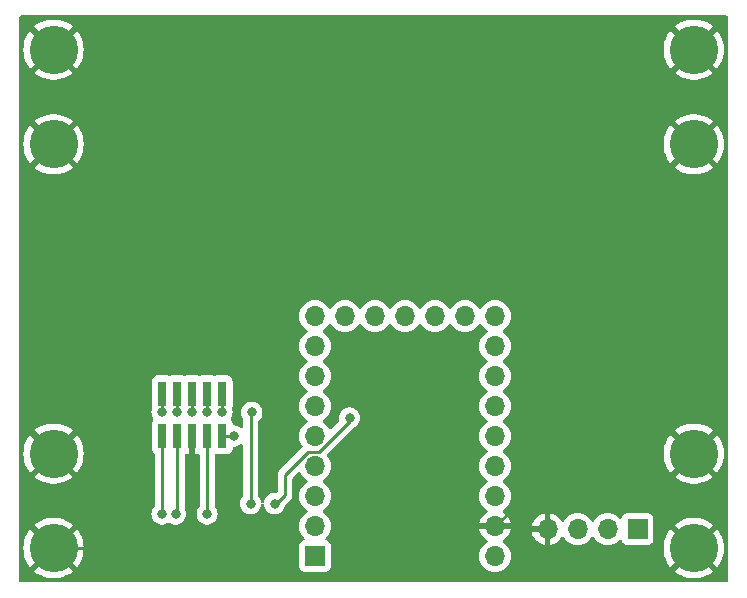
<source format=gbr>
%TF.GenerationSoftware,KiCad,Pcbnew,8.0.2-8.0.2-0~ubuntu22.04.1*%
%TF.CreationDate,2024-05-04T18:31:52-07:00*%
%TF.ProjectId,gps_interposer,6770735f-696e-4746-9572-706f7365722e,rev?*%
%TF.SameCoordinates,Original*%
%TF.FileFunction,Copper,L1,Top*%
%TF.FilePolarity,Positive*%
%FSLAX46Y46*%
G04 Gerber Fmt 4.6, Leading zero omitted, Abs format (unit mm)*
G04 Created by KiCad (PCBNEW 8.0.2-8.0.2-0~ubuntu22.04.1) date 2024-05-04 18:31:52*
%MOMM*%
%LPD*%
G01*
G04 APERTURE LIST*
%TA.AperFunction,ComponentPad*%
%ADD10R,1.700000X1.700000*%
%TD*%
%TA.AperFunction,ComponentPad*%
%ADD11O,1.700000X1.700000*%
%TD*%
%TA.AperFunction,ConnectorPad*%
%ADD12C,3.900000*%
%TD*%
%TA.AperFunction,ComponentPad*%
%ADD13C,4.100000*%
%TD*%
%TA.AperFunction,SMDPad,CuDef*%
%ADD14R,0.750000X2.100000*%
%TD*%
%TA.AperFunction,ViaPad*%
%ADD15C,0.800000*%
%TD*%
%TA.AperFunction,Conductor*%
%ADD16C,0.250000*%
%TD*%
G04 APERTURE END LIST*
D10*
%TO.P,J5,1,Pin_1*%
%TO.N,+3V0*%
X212344000Y-110490000D03*
D11*
%TO.P,J5,2,Pin_2*%
%TO.N,+3.3V*%
X209804000Y-110490000D03*
%TO.P,J5,3,Pin_3*%
%TO.N,/VSYS*%
X207264000Y-110490000D03*
%TO.P,J5,4,Pin_4*%
%TO.N,GND*%
X204724000Y-110490000D03*
%TD*%
D12*
%TO.P,H8,1,1*%
%TO.N,GND*%
X162900000Y-69900000D03*
D13*
X162900000Y-69900000D03*
%TD*%
D12*
%TO.P,H7,1,1*%
%TO.N,GND*%
X162900000Y-104100000D03*
D13*
X162900000Y-104100000D03*
%TD*%
D12*
%TO.P,H6,1,1*%
%TO.N,GND*%
X217100000Y-104100000D03*
D13*
X217100000Y-104100000D03*
%TD*%
D12*
%TO.P,H5,1,1*%
%TO.N,GND*%
X217100000Y-69900000D03*
D13*
X217100000Y-69900000D03*
%TD*%
D12*
%TO.P,H4,1,1*%
%TO.N,GND*%
X162900000Y-77900000D03*
D13*
X162900000Y-77900000D03*
%TD*%
D12*
%TO.P,H3,1,1*%
%TO.N,GND*%
X162900000Y-112100000D03*
D13*
X162900000Y-112100000D03*
%TD*%
%TO.P,H2,1,1*%
%TO.N,GND*%
X217100000Y-112100000D03*
D12*
X217100000Y-112100000D03*
%TD*%
%TO.P,H1,1,1*%
%TO.N,GND*%
X217100000Y-77900000D03*
D13*
X217100000Y-77900000D03*
%TD*%
D14*
%TO.P,J1,1,Pin_1*%
%TO.N,/TXD_M*%
X177180000Y-102610000D03*
%TO.P,J1,2,Pin_2*%
%TO.N,/RXD_M*%
X177180000Y-99010000D03*
%TO.P,J1,3,Pin_3*%
%TO.N,+3V0*%
X175910000Y-102610000D03*
%TO.P,J1,4,Pin_4*%
%TO.N,/1PPS_C*%
X175910000Y-99010000D03*
%TO.P,J1,5,Pin_5*%
%TO.N,GND*%
X174640000Y-102610000D03*
%TO.P,J1,6,Pin_6*%
%TO.N,/BATT_C*%
X174640000Y-99010000D03*
%TO.P,J1,7,Pin_7*%
%TO.N,/RSVD7_C*%
X173370000Y-102610000D03*
%TO.P,J1,8,Pin_8*%
%TO.N,/RTCM_IN_C*%
X173370000Y-99010000D03*
%TO.P,J1,9,Pin_9*%
%TO.N,/ANT_BIAS_C*%
X172100000Y-102610000D03*
%TO.P,J1,10,Pin_10*%
%TO.N,/RSVD10_C*%
X172100000Y-99010000D03*
%TD*%
D10*
%TO.P,U3,1,GPIO0/SPI0_RX/I2C0_SDA/UART0_TX*%
%TO.N,Net-(U3-GPIO0{slash}SPI0_RX{slash}I2C0_SDA{slash}UART0_TX)*%
X185039000Y-112776000D03*
D11*
%TO.P,U3,2,GPIO1/SPI0_CSn/I2C0_SCL/UART0_RX*%
%TO.N,Net-(U3-GPIO1{slash}SPI0_CSn{slash}I2C0_SCL{slash}UART0_RX)*%
X185039000Y-110236000D03*
%TO.P,U3,3,GPIO2/SPI0_SCLK/I2C1_SDA*%
%TO.N,/1PPS_M_3V3*%
X185039000Y-107696000D03*
%TO.P,U3,4,GPIO3/SPI0_TX/I2C1_SCLK*%
%TO.N,unconnected-(U3-GPIO3{slash}SPI0_TX{slash}I2C1_SCLK-Pad4)*%
X185039000Y-105156000D03*
%TO.P,U3,5,GPIO4/SPI0_RX_I2C0_SDA/UART1_TX*%
%TO.N,Net-(U3-GPIO4{slash}SPI0_RX_I2C0_SDA{slash}UART1_TX)*%
X185039000Y-102616000D03*
%TO.P,U3,6,GPIO5/SPI0_CSn/I2C0_SCL/UART1_RX*%
%TO.N,Net-(U3-GPIO5{slash}SPI0_CSn{slash}I2C0_SCL{slash}UART1_RX)*%
X185039000Y-100076000D03*
%TO.P,U3,7,GPIO6/SPI0_SCK/I2C1_SDA*%
%TO.N,unconnected-(U3-GPIO6{slash}SPI0_SCK{slash}I2C1_SDA-Pad7)*%
X185039000Y-97536000D03*
%TO.P,U3,8,GPIO7/SPI0_TX/I2C1_SCL*%
%TO.N,unconnected-(U3-GPIO7{slash}SPI0_TX{slash}I2C1_SCL-Pad8)*%
X185039000Y-94996000D03*
%TO.P,U3,9,GPIO8/SPI1_RX/I2C0_SDA/UART1_TX*%
%TO.N,unconnected-(U3-GPIO8{slash}SPI1_RX{slash}I2C0_SDA{slash}UART1_TX-Pad9)*%
X185039000Y-92456000D03*
%TO.P,U3,10,GPIO9/SPI1_CSn/I2C0_SCL/UART1_RX*%
%TO.N,/RTCM_IN_C*%
X187579000Y-92456000D03*
%TO.P,U3,11,GPIO10/SPI1_SCK/I2C1_SDA*%
%TO.N,unconnected-(U3-GPIO10{slash}SPI1_SCK{slash}I2C1_SDA-Pad11)*%
X190119000Y-92456000D03*
%TO.P,U3,12,GPIO11/SPI1_TX/I2C1_SCL*%
%TO.N,unconnected-(U3-GPIO11{slash}SPI1_TX{slash}I2C1_SCL-Pad12)*%
X192659000Y-92456000D03*
%TO.P,U3,13,GPIO12/SPI1_RX/I1C0_SDA/UART0_TX*%
%TO.N,unconnected-(U3-GPIO12{slash}SPI1_RX{slash}I1C0_SDA{slash}UART0_TX-Pad13)*%
X195199000Y-92456000D03*
%TO.P,U3,14,GPIO13/SPI1_CSN/I2C0/SCL/UART0_RX*%
%TO.N,unconnected-(U3-GPIO13{slash}SPI1_CSN{slash}I2C0{slash}SCL{slash}UART0_RX-Pad14)*%
X197739000Y-92456000D03*
%TO.P,U3,15,GPIO14/SPI1_SCK/I2C1_SDA*%
%TO.N,unconnected-(U3-GPIO14{slash}SPI1_SCK{slash}I2C1_SDA-Pad15)*%
X200279000Y-92456000D03*
%TO.P,U3,16,GPIO15/SPI1_TX/I2C1_SCL*%
%TO.N,unconnected-(U3-GPIO15{slash}SPI1_TX{slash}I2C1_SCL-Pad16)*%
X200279000Y-94996000D03*
%TO.P,U3,17,GPIO26/ADC0/I2C1_SDA*%
%TO.N,unconnected-(U3-GPIO26{slash}ADC0{slash}I2C1_SDA-Pad17)*%
X200279000Y-97536000D03*
%TO.P,U3,18,GPIO27/ADC1/I2C1_SCL*%
%TO.N,unconnected-(U3-GPIO27{slash}ADC1{slash}I2C1_SCL-Pad18)*%
X200279000Y-100076000D03*
%TO.P,U3,19,GPIO28/ADC2*%
%TO.N,unconnected-(U3-GPIO28{slash}ADC2-Pad19)*%
X200279000Y-102616000D03*
%TO.P,U3,20,GPIO29/ADC3*%
%TO.N,unconnected-(U3-GPIO29{slash}ADC3-Pad20)*%
X200279000Y-105156000D03*
%TO.P,U3,21,3V3*%
%TO.N,+3.3V*%
X200279000Y-107696000D03*
%TO.P,U3,22,GND*%
%TO.N,GND*%
X200279000Y-110236000D03*
%TO.P,U3,23,VSYS*%
%TO.N,/VSYS*%
X200279000Y-112776000D03*
%TD*%
D15*
%TO.N,/RXD_M*%
X177165000Y-100584000D03*
%TO.N,GND*%
X174752000Y-112649000D03*
X191897000Y-113284000D03*
X192659000Y-101092000D03*
X174625000Y-109220000D03*
X191897000Y-104902000D03*
%TO.N,+3V0*%
X175895000Y-109220000D03*
%TO.N,/TXD_M*%
X178181000Y-102616000D03*
%TO.N,/1PPS_C*%
X175895000Y-100584000D03*
%TO.N,/ANT_BIAS_C*%
X172085000Y-109220000D03*
%TO.N,/RTCM_IN_C*%
X173355000Y-100584000D03*
%TO.N,/RXD_C*%
X179681508Y-100607492D03*
X179578000Y-108331000D03*
%TO.N,/RSVD7_C*%
X173228000Y-109220000D03*
%TO.N,/RSVD10_C*%
X172085000Y-100584000D03*
%TO.N,/BATT_C*%
X174625000Y-100584000D03*
%TO.N,/TXD_C*%
X187960000Y-101092000D03*
X181610000Y-108331000D03*
%TD*%
D16*
%TO.N,GND*%
X205486000Y-108077000D02*
X204597000Y-108077000D01*
X204597000Y-108077000D02*
X202438000Y-108077000D01*
X202438000Y-108077000D02*
X200279000Y-110236000D01*
X211303000Y-108102000D02*
X211278000Y-108077000D01*
X211278000Y-108077000D02*
X205486000Y-108077000D01*
X213155000Y-108155000D02*
X217100000Y-112100000D01*
X213155000Y-108155000D02*
X213102000Y-108102000D01*
X213102000Y-108102000D02*
X211303000Y-108102000D01*
%TO.N,/RXD_M*%
X177165000Y-99025000D02*
X177180000Y-99010000D01*
X177165000Y-100584000D02*
X177165000Y-99025000D01*
%TO.N,GND*%
X213154500Y-73835500D02*
X213154500Y-73954500D01*
X195707000Y-105664000D02*
X195707000Y-101346000D01*
X166878000Y-81878000D02*
X162900000Y-77900000D01*
X174203000Y-112100000D02*
X166878000Y-112100000D01*
X195707000Y-105664000D02*
X194945000Y-104902000D01*
X195707000Y-110236000D02*
X192659000Y-113284000D01*
X200279000Y-110236000D02*
X195707000Y-110236000D01*
X166878000Y-73888000D02*
X213102000Y-73888000D01*
X213154500Y-73954500D02*
X217100000Y-77900000D01*
X213102000Y-100112000D02*
X217090000Y-104100000D01*
X174752000Y-112649000D02*
X174203000Y-112100000D01*
X174625000Y-109220000D02*
X174640000Y-109205000D01*
X166878000Y-112100000D02*
X166878000Y-108088000D01*
X174640000Y-109205000D02*
X174640000Y-102610000D01*
X166764000Y-73774000D02*
X166878000Y-73888000D01*
X192659000Y-113284000D02*
X191897000Y-113284000D01*
X166878000Y-108088000D02*
X162890000Y-104100000D01*
X195453000Y-101092000D02*
X192659000Y-101092000D01*
X194945000Y-104902000D02*
X191897000Y-104902000D01*
X213154500Y-73835500D02*
X217090000Y-69900000D01*
X166878000Y-108088000D02*
X166878000Y-73888000D01*
X213102000Y-100112000D02*
X213102000Y-108102000D01*
X195707000Y-110236000D02*
X195707000Y-105664000D01*
X213102000Y-73888000D02*
X213154500Y-73835500D01*
X166878000Y-112100000D02*
X162900000Y-112100000D01*
X213102000Y-73888000D02*
X213102000Y-100112000D01*
X166764000Y-73774000D02*
X162890000Y-69900000D01*
X195707000Y-101346000D02*
X195453000Y-101092000D01*
%TO.N,+3V0*%
X175910000Y-109205000D02*
X175910000Y-102610000D01*
X175895000Y-109220000D02*
X175910000Y-109205000D01*
%TO.N,/TXD_M*%
X178181000Y-102616000D02*
X177186000Y-102616000D01*
X177186000Y-102616000D02*
X177180000Y-102610000D01*
%TO.N,/1PPS_C*%
X175910000Y-99710000D02*
X175910000Y-99010000D01*
X175895000Y-99025000D02*
X175910000Y-99010000D01*
X175895000Y-100584000D02*
X175895000Y-99025000D01*
%TO.N,/ANT_BIAS_C*%
X172085000Y-109220000D02*
X172100000Y-109205000D01*
X172100000Y-109205000D02*
X172100000Y-102610000D01*
%TO.N,/RTCM_IN_C*%
X173355000Y-100584000D02*
X173355000Y-99025000D01*
X173355000Y-99025000D02*
X173370000Y-99010000D01*
%TO.N,/RXD_C*%
X179578000Y-100711000D02*
X179681508Y-100607492D01*
X179578000Y-108331000D02*
X179578000Y-100711000D01*
%TO.N,/RSVD7_C*%
X173228000Y-109220000D02*
X173370000Y-109078000D01*
X173370000Y-109078000D02*
X173370000Y-102610000D01*
%TO.N,/RSVD10_C*%
X172085000Y-99025000D02*
X172100000Y-99010000D01*
X172085000Y-100584000D02*
X172085000Y-99025000D01*
%TO.N,/BATT_C*%
X174625000Y-100584000D02*
X174625000Y-99025000D01*
X174625000Y-99025000D02*
X174640000Y-99010000D01*
%TO.N,/TXD_C*%
X187960000Y-101356701D02*
X185335701Y-103981000D01*
X184436000Y-103981000D02*
X182499000Y-105918000D01*
X182499000Y-105918000D02*
X182499000Y-107569000D01*
X181737000Y-108331000D02*
X181610000Y-108331000D01*
X182499000Y-107569000D02*
X181737000Y-108331000D01*
X187960000Y-101092000D02*
X187960000Y-101356701D01*
X185335701Y-103981000D02*
X184436000Y-103981000D01*
%TD*%
%TA.AperFunction,Conductor*%
%TO.N,GND*%
G36*
X219943039Y-67019685D02*
G01*
X219988794Y-67072489D01*
X220000000Y-67124000D01*
X220000000Y-114866000D01*
X219980315Y-114933039D01*
X219927511Y-114978794D01*
X219876000Y-114990000D01*
X160124000Y-114990000D01*
X160056961Y-114970315D01*
X160011206Y-114917511D01*
X160000000Y-114866000D01*
X160000000Y-112099994D01*
X160344958Y-112099994D01*
X160344958Y-112100005D01*
X160365103Y-112420221D01*
X160365104Y-112420228D01*
X160425230Y-112735417D01*
X160524382Y-113040575D01*
X160524384Y-113040580D01*
X160660998Y-113330897D01*
X160661001Y-113330903D01*
X160832921Y-113601806D01*
X160928773Y-113717671D01*
X161784728Y-112861716D01*
X161870278Y-112979466D01*
X162020534Y-113129722D01*
X162138281Y-113215270D01*
X161279175Y-114074375D01*
X161279176Y-114074377D01*
X161530928Y-114257285D01*
X161530946Y-114257297D01*
X161812116Y-114411871D01*
X161812124Y-114411875D01*
X162110444Y-114529987D01*
X162421233Y-114609784D01*
X162421242Y-114609786D01*
X162739556Y-114649999D01*
X162739570Y-114650000D01*
X163060430Y-114650000D01*
X163060443Y-114649999D01*
X163378757Y-114609786D01*
X163378766Y-114609784D01*
X163689555Y-114529987D01*
X163987875Y-114411875D01*
X163987883Y-114411871D01*
X164269053Y-114257297D01*
X164269063Y-114257290D01*
X164520822Y-114074375D01*
X164520823Y-114074375D01*
X163661718Y-113215270D01*
X163779466Y-113129722D01*
X163929722Y-112979466D01*
X164015270Y-112861717D01*
X164871225Y-113717672D01*
X164967068Y-113601819D01*
X165139002Y-113330896D01*
X165275615Y-113040580D01*
X165275617Y-113040575D01*
X165374769Y-112735417D01*
X165434895Y-112420228D01*
X165434896Y-112420221D01*
X165455042Y-112100005D01*
X165455042Y-112099994D01*
X165434896Y-111779778D01*
X165434895Y-111779771D01*
X165374769Y-111464582D01*
X165275617Y-111159424D01*
X165275615Y-111159419D01*
X165139001Y-110869102D01*
X165138998Y-110869096D01*
X164967078Y-110598193D01*
X164871224Y-110482326D01*
X164015269Y-111338281D01*
X163929722Y-111220534D01*
X163779466Y-111070278D01*
X163661716Y-110984728D01*
X164520823Y-110125623D01*
X164520822Y-110125621D01*
X164269071Y-109942714D01*
X164269053Y-109942702D01*
X163987883Y-109788128D01*
X163987875Y-109788124D01*
X163689555Y-109670012D01*
X163378766Y-109590215D01*
X163378757Y-109590213D01*
X163060443Y-109550000D01*
X162739556Y-109550000D01*
X162421242Y-109590213D01*
X162421233Y-109590215D01*
X162110444Y-109670012D01*
X161812124Y-109788124D01*
X161812116Y-109788128D01*
X161530946Y-109942702D01*
X161530928Y-109942714D01*
X161279176Y-110125622D01*
X161279175Y-110125623D01*
X162138281Y-110984729D01*
X162020534Y-111070278D01*
X161870278Y-111220534D01*
X161784729Y-111338282D01*
X160928773Y-110482326D01*
X160832924Y-110598188D01*
X160661001Y-110869096D01*
X160660998Y-110869102D01*
X160524384Y-111159419D01*
X160524382Y-111159424D01*
X160425230Y-111464582D01*
X160365104Y-111779771D01*
X160365103Y-111779778D01*
X160344958Y-112099994D01*
X160000000Y-112099994D01*
X160000000Y-104099994D01*
X160344958Y-104099994D01*
X160344958Y-104100005D01*
X160365103Y-104420221D01*
X160365104Y-104420228D01*
X160425230Y-104735417D01*
X160524382Y-105040575D01*
X160524384Y-105040580D01*
X160660998Y-105330897D01*
X160661001Y-105330903D01*
X160832921Y-105601806D01*
X160928773Y-105717671D01*
X161784728Y-104861716D01*
X161870278Y-104979466D01*
X162020534Y-105129722D01*
X162138281Y-105215270D01*
X161279175Y-106074375D01*
X161279176Y-106074377D01*
X161530928Y-106257285D01*
X161530946Y-106257297D01*
X161812116Y-106411871D01*
X161812124Y-106411875D01*
X162110444Y-106529987D01*
X162421233Y-106609784D01*
X162421242Y-106609786D01*
X162739556Y-106649999D01*
X162739570Y-106650000D01*
X163060430Y-106650000D01*
X163060443Y-106649999D01*
X163378757Y-106609786D01*
X163378766Y-106609784D01*
X163689555Y-106529987D01*
X163987875Y-106411875D01*
X163987883Y-106411871D01*
X164269053Y-106257297D01*
X164269063Y-106257290D01*
X164520822Y-106074375D01*
X164520823Y-106074375D01*
X163661718Y-105215270D01*
X163779466Y-105129722D01*
X163929722Y-104979466D01*
X164015270Y-104861717D01*
X164871225Y-105717672D01*
X164967068Y-105601819D01*
X165139002Y-105330896D01*
X165275615Y-105040580D01*
X165275617Y-105040575D01*
X165374769Y-104735417D01*
X165434895Y-104420228D01*
X165434896Y-104420221D01*
X165455042Y-104100005D01*
X165455042Y-104099994D01*
X165434896Y-103779778D01*
X165434895Y-103779771D01*
X165374769Y-103464582D01*
X165275617Y-103159424D01*
X165275615Y-103159419D01*
X165139001Y-102869102D01*
X165138998Y-102869096D01*
X164967078Y-102598193D01*
X164871224Y-102482326D01*
X164015269Y-103338281D01*
X163929722Y-103220534D01*
X163779466Y-103070278D01*
X163661716Y-102984728D01*
X164520823Y-102125623D01*
X164520822Y-102125621D01*
X164269071Y-101942714D01*
X164269053Y-101942702D01*
X163987883Y-101788128D01*
X163987875Y-101788124D01*
X163689555Y-101670012D01*
X163378766Y-101590215D01*
X163378757Y-101590213D01*
X163060443Y-101550000D01*
X162739556Y-101550000D01*
X162421242Y-101590213D01*
X162421233Y-101590215D01*
X162110444Y-101670012D01*
X161812124Y-101788124D01*
X161812116Y-101788128D01*
X161530946Y-101942702D01*
X161530928Y-101942714D01*
X161279176Y-102125622D01*
X161279175Y-102125623D01*
X162138281Y-102984729D01*
X162020534Y-103070278D01*
X161870278Y-103220534D01*
X161784729Y-103338282D01*
X160928773Y-102482326D01*
X160832924Y-102598188D01*
X160661001Y-102869096D01*
X160660998Y-102869102D01*
X160524384Y-103159419D01*
X160524382Y-103159424D01*
X160425230Y-103464582D01*
X160365104Y-103779771D01*
X160365103Y-103779778D01*
X160344958Y-104099994D01*
X160000000Y-104099994D01*
X160000000Y-100584000D01*
X171179540Y-100584000D01*
X171199326Y-100772256D01*
X171199327Y-100772259D01*
X171257818Y-100952277D01*
X171257820Y-100952281D01*
X171257821Y-100952284D01*
X171315974Y-101053008D01*
X171346207Y-101105374D01*
X171362679Y-101173274D01*
X171339826Y-101239301D01*
X171338086Y-101241684D01*
X171281204Y-101317668D01*
X171281202Y-101317671D01*
X171230908Y-101452517D01*
X171227470Y-101484500D01*
X171224501Y-101512123D01*
X171224500Y-101512135D01*
X171224500Y-103707870D01*
X171224501Y-103707876D01*
X171230908Y-103767483D01*
X171281202Y-103902328D01*
X171281203Y-103902329D01*
X171281204Y-103902331D01*
X171340818Y-103981965D01*
X171367452Y-104017543D01*
X171367455Y-104017547D01*
X171424810Y-104060482D01*
X171466682Y-104116415D01*
X171474500Y-104159749D01*
X171474500Y-108504653D01*
X171454815Y-108571692D01*
X171442650Y-108587625D01*
X171352466Y-108687784D01*
X171257821Y-108851715D01*
X171257818Y-108851722D01*
X171208377Y-109003888D01*
X171199326Y-109031744D01*
X171179540Y-109220000D01*
X171199326Y-109408256D01*
X171199327Y-109408259D01*
X171257818Y-109588277D01*
X171257821Y-109588284D01*
X171352467Y-109752216D01*
X171479129Y-109892888D01*
X171632265Y-110004148D01*
X171632270Y-110004151D01*
X171805192Y-110081142D01*
X171805197Y-110081144D01*
X171990354Y-110120500D01*
X171990355Y-110120500D01*
X172179644Y-110120500D01*
X172179646Y-110120500D01*
X172364803Y-110081144D01*
X172537730Y-110004151D01*
X172583614Y-109970813D01*
X172649421Y-109947334D01*
X172717475Y-109963159D01*
X172729386Y-109970814D01*
X172775271Y-110004152D01*
X172948192Y-110081142D01*
X172948197Y-110081144D01*
X173133354Y-110120500D01*
X173133355Y-110120500D01*
X173322644Y-110120500D01*
X173322646Y-110120500D01*
X173507803Y-110081144D01*
X173680730Y-110004151D01*
X173833871Y-109892888D01*
X173960533Y-109752216D01*
X174055179Y-109588284D01*
X174113674Y-109408256D01*
X174133460Y-109220000D01*
X174113674Y-109031744D01*
X174055179Y-108851716D01*
X174012113Y-108777122D01*
X173995500Y-108715122D01*
X173995500Y-104271723D01*
X174015185Y-104204684D01*
X174067989Y-104158929D01*
X174137147Y-104148985D01*
X174149965Y-104152256D01*
X174150070Y-104151813D01*
X174157627Y-104153598D01*
X174217155Y-104159999D01*
X174217172Y-104160000D01*
X174390000Y-104160000D01*
X174390000Y-102484000D01*
X174409685Y-102416961D01*
X174462489Y-102371206D01*
X174514000Y-102360000D01*
X174766000Y-102360000D01*
X174833039Y-102379685D01*
X174878794Y-102432489D01*
X174890000Y-102484000D01*
X174890000Y-104160000D01*
X175062828Y-104160000D01*
X175062844Y-104159999D01*
X175122372Y-104153598D01*
X175129930Y-104151813D01*
X175130584Y-104154581D01*
X175186856Y-104150556D01*
X175248180Y-104184041D01*
X175281666Y-104245363D01*
X175284500Y-104271723D01*
X175284500Y-108504653D01*
X175264815Y-108571692D01*
X175252650Y-108587625D01*
X175162466Y-108687784D01*
X175067821Y-108851715D01*
X175067818Y-108851722D01*
X175018377Y-109003888D01*
X175009326Y-109031744D01*
X174989540Y-109220000D01*
X175009326Y-109408256D01*
X175009327Y-109408259D01*
X175067818Y-109588277D01*
X175067821Y-109588284D01*
X175162467Y-109752216D01*
X175289129Y-109892888D01*
X175442265Y-110004148D01*
X175442270Y-110004151D01*
X175615192Y-110081142D01*
X175615197Y-110081144D01*
X175800354Y-110120500D01*
X175800355Y-110120500D01*
X175989644Y-110120500D01*
X175989646Y-110120500D01*
X176174803Y-110081144D01*
X176347730Y-110004151D01*
X176500871Y-109892888D01*
X176627533Y-109752216D01*
X176722179Y-109588284D01*
X176780674Y-109408256D01*
X176800460Y-109220000D01*
X176780674Y-109031744D01*
X176722179Y-108851716D01*
X176627533Y-108687784D01*
X176567350Y-108620944D01*
X176537120Y-108557953D01*
X176535500Y-108537972D01*
X176535500Y-104272255D01*
X176555185Y-104205216D01*
X176607989Y-104159461D01*
X176677147Y-104149517D01*
X176689856Y-104152764D01*
X176689965Y-104152307D01*
X176697516Y-104154091D01*
X176702074Y-104154581D01*
X176757127Y-104160500D01*
X177602872Y-104160499D01*
X177662483Y-104154091D01*
X177797331Y-104103796D01*
X177912546Y-104017546D01*
X177998796Y-103902331D01*
X178049091Y-103767483D01*
X178055500Y-103707873D01*
X178055500Y-103640500D01*
X178075185Y-103573461D01*
X178127989Y-103527706D01*
X178179500Y-103516500D01*
X178275644Y-103516500D01*
X178275646Y-103516500D01*
X178460803Y-103477144D01*
X178633730Y-103400151D01*
X178755617Y-103311594D01*
X178821420Y-103288116D01*
X178889474Y-103303941D01*
X178938169Y-103354047D01*
X178952500Y-103411914D01*
X178952500Y-107632312D01*
X178932815Y-107699351D01*
X178920650Y-107715284D01*
X178845466Y-107798784D01*
X178750821Y-107962715D01*
X178750818Y-107962722D01*
X178692327Y-108142740D01*
X178692326Y-108142744D01*
X178672540Y-108331000D01*
X178692326Y-108519256D01*
X178692327Y-108519259D01*
X178750818Y-108699277D01*
X178750821Y-108699284D01*
X178845467Y-108863216D01*
X178941529Y-108969903D01*
X178972129Y-109003888D01*
X179125265Y-109115148D01*
X179125270Y-109115151D01*
X179298192Y-109192142D01*
X179298197Y-109192144D01*
X179483354Y-109231500D01*
X179483355Y-109231500D01*
X179672644Y-109231500D01*
X179672646Y-109231500D01*
X179857803Y-109192144D01*
X180030730Y-109115151D01*
X180183871Y-109003888D01*
X180310533Y-108863216D01*
X180405179Y-108699284D01*
X180463674Y-108519256D01*
X180470679Y-108452597D01*
X180497263Y-108387985D01*
X180554561Y-108348000D01*
X180624380Y-108345340D01*
X180684553Y-108380849D01*
X180715977Y-108443254D01*
X180717318Y-108452583D01*
X180724326Y-108519256D01*
X180724327Y-108519259D01*
X180782818Y-108699277D01*
X180782821Y-108699284D01*
X180877467Y-108863216D01*
X180973529Y-108969903D01*
X181004129Y-109003888D01*
X181157265Y-109115148D01*
X181157270Y-109115151D01*
X181330192Y-109192142D01*
X181330197Y-109192144D01*
X181515354Y-109231500D01*
X181515355Y-109231500D01*
X181704644Y-109231500D01*
X181704646Y-109231500D01*
X181889803Y-109192144D01*
X182062730Y-109115151D01*
X182215871Y-109003888D01*
X182342533Y-108863216D01*
X182437179Y-108699284D01*
X182495674Y-108519256D01*
X182498405Y-108493266D01*
X182524987Y-108428652D01*
X182534036Y-108418552D01*
X182897729Y-108054860D01*
X182897733Y-108054858D01*
X182984858Y-107967733D01*
X183053311Y-107865286D01*
X183053312Y-107865285D01*
X183053313Y-107865282D01*
X183053315Y-107865279D01*
X183063672Y-107840272D01*
X183100463Y-107751451D01*
X183124500Y-107630606D01*
X183124500Y-107507393D01*
X183124500Y-106228452D01*
X183144185Y-106161413D01*
X183160819Y-106140771D01*
X183274195Y-106027395D01*
X183613428Y-105688161D01*
X183674749Y-105654678D01*
X183744440Y-105659662D01*
X183800374Y-105701533D01*
X183813487Y-105723436D01*
X183864965Y-105833830D01*
X183864967Y-105833834D01*
X184000501Y-106027395D01*
X184000506Y-106027402D01*
X184167597Y-106194493D01*
X184167603Y-106194498D01*
X184353158Y-106324425D01*
X184396783Y-106379002D01*
X184403977Y-106448500D01*
X184372454Y-106510855D01*
X184353158Y-106527575D01*
X184167597Y-106657505D01*
X184000505Y-106824597D01*
X183864965Y-107018169D01*
X183864964Y-107018171D01*
X183765098Y-107232335D01*
X183765094Y-107232344D01*
X183703938Y-107460586D01*
X183703936Y-107460596D01*
X183683341Y-107695999D01*
X183683341Y-107696000D01*
X183703936Y-107931403D01*
X183703938Y-107931413D01*
X183765094Y-108159655D01*
X183765096Y-108159659D01*
X183765097Y-108159663D01*
X183837065Y-108313999D01*
X183864965Y-108373830D01*
X183864967Y-108373834D01*
X183920120Y-108452600D01*
X183993889Y-108557953D01*
X184000501Y-108567395D01*
X184000506Y-108567402D01*
X184167597Y-108734493D01*
X184167603Y-108734498D01*
X184353158Y-108864425D01*
X184396783Y-108919002D01*
X184403977Y-108988500D01*
X184372454Y-109050855D01*
X184353158Y-109067575D01*
X184167597Y-109197505D01*
X184000505Y-109364597D01*
X183864965Y-109558169D01*
X183864964Y-109558171D01*
X183765098Y-109772335D01*
X183765094Y-109772344D01*
X183703938Y-110000586D01*
X183703936Y-110000596D01*
X183683341Y-110235999D01*
X183683341Y-110236000D01*
X183703936Y-110471403D01*
X183703938Y-110471413D01*
X183765094Y-110699655D01*
X183765096Y-110699659D01*
X183765097Y-110699663D01*
X183844105Y-110869096D01*
X183864965Y-110913830D01*
X183864967Y-110913834D01*
X183973281Y-111068521D01*
X184000501Y-111107396D01*
X184000506Y-111107402D01*
X184122430Y-111229326D01*
X184155915Y-111290649D01*
X184150931Y-111360341D01*
X184109059Y-111416274D01*
X184078083Y-111433189D01*
X183946669Y-111482203D01*
X183946664Y-111482206D01*
X183831455Y-111568452D01*
X183831452Y-111568455D01*
X183745206Y-111683664D01*
X183745202Y-111683671D01*
X183694908Y-111818517D01*
X183688501Y-111878116D01*
X183688501Y-111878123D01*
X183688500Y-111878135D01*
X183688500Y-113673870D01*
X183688501Y-113673876D01*
X183694908Y-113733483D01*
X183745202Y-113868328D01*
X183745206Y-113868335D01*
X183831452Y-113983544D01*
X183831455Y-113983547D01*
X183946664Y-114069793D01*
X183946671Y-114069797D01*
X184081517Y-114120091D01*
X184081516Y-114120091D01*
X184088444Y-114120835D01*
X184141127Y-114126500D01*
X185936872Y-114126499D01*
X185996483Y-114120091D01*
X186131331Y-114069796D01*
X186246546Y-113983546D01*
X186332796Y-113868331D01*
X186383091Y-113733483D01*
X186389500Y-113673873D01*
X186389499Y-111878128D01*
X186383795Y-111825063D01*
X186383091Y-111818516D01*
X186332797Y-111683671D01*
X186332793Y-111683664D01*
X186246547Y-111568455D01*
X186246544Y-111568452D01*
X186131335Y-111482206D01*
X186131328Y-111482202D01*
X185999917Y-111433189D01*
X185943983Y-111391318D01*
X185919566Y-111325853D01*
X185934418Y-111257580D01*
X185955563Y-111229332D01*
X186077495Y-111107401D01*
X186213035Y-110913830D01*
X186312903Y-110699663D01*
X186374063Y-110471408D01*
X186394659Y-110236000D01*
X186374063Y-110000592D01*
X186312903Y-109772337D01*
X186213035Y-109558171D01*
X186195072Y-109532516D01*
X186077494Y-109364597D01*
X185910402Y-109197506D01*
X185910396Y-109197501D01*
X185724842Y-109067575D01*
X185681217Y-109012998D01*
X185674023Y-108943500D01*
X185705546Y-108881145D01*
X185724842Y-108864425D01*
X185849523Y-108777122D01*
X185910401Y-108734495D01*
X186077495Y-108567401D01*
X186213035Y-108373830D01*
X186312903Y-108159663D01*
X186374063Y-107931408D01*
X186394659Y-107696000D01*
X186393251Y-107679912D01*
X186381610Y-107546851D01*
X186374063Y-107460592D01*
X186312903Y-107232337D01*
X186213035Y-107018171D01*
X186077495Y-106824599D01*
X186077494Y-106824597D01*
X185910402Y-106657506D01*
X185910396Y-106657501D01*
X185724842Y-106527575D01*
X185681217Y-106472998D01*
X185674023Y-106403500D01*
X185705546Y-106341145D01*
X185724842Y-106324425D01*
X185747026Y-106308891D01*
X185910401Y-106194495D01*
X186077495Y-106027401D01*
X186213035Y-105833830D01*
X186312903Y-105619663D01*
X186374063Y-105391408D01*
X186394659Y-105156000D01*
X186374063Y-104920592D01*
X186312903Y-104692337D01*
X186213035Y-104478171D01*
X186213034Y-104478169D01*
X186077496Y-104284599D01*
X186077163Y-104284203D01*
X186077071Y-104283993D01*
X186074390Y-104280164D01*
X186075159Y-104279625D01*
X186049151Y-104220195D01*
X186060190Y-104151203D01*
X186084469Y-104116820D01*
X188238594Y-101962695D01*
X188275833Y-101937101D01*
X188412730Y-101876151D01*
X188565871Y-101764888D01*
X188692533Y-101624216D01*
X188787179Y-101460284D01*
X188845674Y-101280256D01*
X188865460Y-101092000D01*
X188845674Y-100903744D01*
X188787179Y-100723716D01*
X188692533Y-100559784D01*
X188565871Y-100419112D01*
X188533701Y-100395739D01*
X188412734Y-100307851D01*
X188412729Y-100307848D01*
X188239807Y-100230857D01*
X188239802Y-100230855D01*
X188094001Y-100199865D01*
X188054646Y-100191500D01*
X187865354Y-100191500D01*
X187832897Y-100198398D01*
X187680197Y-100230855D01*
X187680192Y-100230857D01*
X187507270Y-100307848D01*
X187507265Y-100307851D01*
X187354129Y-100419111D01*
X187227466Y-100559785D01*
X187132821Y-100723715D01*
X187132818Y-100723722D01*
X187109415Y-100795751D01*
X187074326Y-100903744D01*
X187054540Y-101092000D01*
X187074326Y-101280256D01*
X187074327Y-101280259D01*
X187075006Y-101286719D01*
X187073267Y-101286901D01*
X187068597Y-101348019D01*
X187040309Y-101391800D01*
X186427588Y-102004521D01*
X186366265Y-102038006D01*
X186296573Y-102033022D01*
X186240640Y-101991150D01*
X186227525Y-101969245D01*
X186224472Y-101962698D01*
X186213035Y-101938171D01*
X186213032Y-101938167D01*
X186213032Y-101938166D01*
X186077494Y-101744597D01*
X185910402Y-101577506D01*
X185910396Y-101577501D01*
X185724842Y-101447575D01*
X185681217Y-101392998D01*
X185674023Y-101323500D01*
X185705546Y-101261145D01*
X185724842Y-101244425D01*
X185761070Y-101219058D01*
X185910401Y-101114495D01*
X186077495Y-100947401D01*
X186213035Y-100753830D01*
X186312903Y-100539663D01*
X186374063Y-100311408D01*
X186394659Y-100076000D01*
X186374063Y-99840592D01*
X186312903Y-99612337D01*
X186213035Y-99398171D01*
X186077495Y-99204599D01*
X186077494Y-99204597D01*
X185910402Y-99037506D01*
X185910396Y-99037501D01*
X185724842Y-98907575D01*
X185681217Y-98852998D01*
X185674023Y-98783500D01*
X185705546Y-98721145D01*
X185724842Y-98704425D01*
X185747026Y-98688891D01*
X185910401Y-98574495D01*
X186077495Y-98407401D01*
X186213035Y-98213830D01*
X186312903Y-97999663D01*
X186374063Y-97771408D01*
X186394659Y-97536000D01*
X186392089Y-97506631D01*
X186374063Y-97300596D01*
X186374063Y-97300592D01*
X186312903Y-97072337D01*
X186213035Y-96858171D01*
X186077495Y-96664599D01*
X186077494Y-96664597D01*
X185910402Y-96497506D01*
X185910396Y-96497501D01*
X185724842Y-96367575D01*
X185681217Y-96312998D01*
X185674023Y-96243500D01*
X185705546Y-96181145D01*
X185724842Y-96164425D01*
X185747026Y-96148891D01*
X185910401Y-96034495D01*
X186077495Y-95867401D01*
X186213035Y-95673830D01*
X186312903Y-95459663D01*
X186374063Y-95231408D01*
X186394659Y-94996000D01*
X186374063Y-94760592D01*
X186312903Y-94532337D01*
X186213035Y-94318171D01*
X186077495Y-94124599D01*
X186077494Y-94124597D01*
X185910402Y-93957506D01*
X185910396Y-93957501D01*
X185724842Y-93827575D01*
X185681217Y-93772998D01*
X185674023Y-93703500D01*
X185705546Y-93641145D01*
X185724842Y-93624425D01*
X185747026Y-93608891D01*
X185910401Y-93494495D01*
X186077495Y-93327401D01*
X186207425Y-93141842D01*
X186262002Y-93098217D01*
X186331500Y-93091023D01*
X186393855Y-93122546D01*
X186410575Y-93141842D01*
X186540500Y-93327395D01*
X186540505Y-93327401D01*
X186707599Y-93494495D01*
X186804384Y-93562265D01*
X186901165Y-93630032D01*
X186901167Y-93630033D01*
X186901170Y-93630035D01*
X187115337Y-93729903D01*
X187343592Y-93791063D01*
X187531918Y-93807539D01*
X187578999Y-93811659D01*
X187579000Y-93811659D01*
X187579001Y-93811659D01*
X187618234Y-93808226D01*
X187814408Y-93791063D01*
X188042663Y-93729903D01*
X188256830Y-93630035D01*
X188450401Y-93494495D01*
X188617495Y-93327401D01*
X188747425Y-93141842D01*
X188802002Y-93098217D01*
X188871500Y-93091023D01*
X188933855Y-93122546D01*
X188950575Y-93141842D01*
X189080500Y-93327395D01*
X189080505Y-93327401D01*
X189247599Y-93494495D01*
X189344384Y-93562265D01*
X189441165Y-93630032D01*
X189441167Y-93630033D01*
X189441170Y-93630035D01*
X189655337Y-93729903D01*
X189883592Y-93791063D01*
X190071918Y-93807539D01*
X190118999Y-93811659D01*
X190119000Y-93811659D01*
X190119001Y-93811659D01*
X190158234Y-93808226D01*
X190354408Y-93791063D01*
X190582663Y-93729903D01*
X190796830Y-93630035D01*
X190990401Y-93494495D01*
X191157495Y-93327401D01*
X191287425Y-93141842D01*
X191342002Y-93098217D01*
X191411500Y-93091023D01*
X191473855Y-93122546D01*
X191490575Y-93141842D01*
X191620500Y-93327395D01*
X191620505Y-93327401D01*
X191787599Y-93494495D01*
X191884384Y-93562265D01*
X191981165Y-93630032D01*
X191981167Y-93630033D01*
X191981170Y-93630035D01*
X192195337Y-93729903D01*
X192423592Y-93791063D01*
X192611918Y-93807539D01*
X192658999Y-93811659D01*
X192659000Y-93811659D01*
X192659001Y-93811659D01*
X192698234Y-93808226D01*
X192894408Y-93791063D01*
X193122663Y-93729903D01*
X193336830Y-93630035D01*
X193530401Y-93494495D01*
X193697495Y-93327401D01*
X193827425Y-93141842D01*
X193882002Y-93098217D01*
X193951500Y-93091023D01*
X194013855Y-93122546D01*
X194030575Y-93141842D01*
X194160500Y-93327395D01*
X194160505Y-93327401D01*
X194327599Y-93494495D01*
X194424384Y-93562265D01*
X194521165Y-93630032D01*
X194521167Y-93630033D01*
X194521170Y-93630035D01*
X194735337Y-93729903D01*
X194963592Y-93791063D01*
X195151918Y-93807539D01*
X195198999Y-93811659D01*
X195199000Y-93811659D01*
X195199001Y-93811659D01*
X195238234Y-93808226D01*
X195434408Y-93791063D01*
X195662663Y-93729903D01*
X195876830Y-93630035D01*
X196070401Y-93494495D01*
X196237495Y-93327401D01*
X196367425Y-93141842D01*
X196422002Y-93098217D01*
X196491500Y-93091023D01*
X196553855Y-93122546D01*
X196570575Y-93141842D01*
X196700500Y-93327395D01*
X196700505Y-93327401D01*
X196867599Y-93494495D01*
X196964384Y-93562265D01*
X197061165Y-93630032D01*
X197061167Y-93630033D01*
X197061170Y-93630035D01*
X197275337Y-93729903D01*
X197503592Y-93791063D01*
X197691918Y-93807539D01*
X197738999Y-93811659D01*
X197739000Y-93811659D01*
X197739001Y-93811659D01*
X197778234Y-93808226D01*
X197974408Y-93791063D01*
X198202663Y-93729903D01*
X198416830Y-93630035D01*
X198610401Y-93494495D01*
X198777495Y-93327401D01*
X198907425Y-93141842D01*
X198962002Y-93098217D01*
X199031500Y-93091023D01*
X199093855Y-93122546D01*
X199110575Y-93141842D01*
X199240501Y-93327396D01*
X199240506Y-93327402D01*
X199407597Y-93494493D01*
X199407603Y-93494498D01*
X199593158Y-93624425D01*
X199636783Y-93679002D01*
X199643977Y-93748500D01*
X199612454Y-93810855D01*
X199593158Y-93827575D01*
X199407597Y-93957505D01*
X199240505Y-94124597D01*
X199104965Y-94318169D01*
X199104964Y-94318171D01*
X199005098Y-94532335D01*
X199005094Y-94532344D01*
X198943938Y-94760586D01*
X198943936Y-94760596D01*
X198923341Y-94995999D01*
X198923341Y-94996000D01*
X198943936Y-95231403D01*
X198943938Y-95231413D01*
X199005094Y-95459655D01*
X199005096Y-95459659D01*
X199005097Y-95459663D01*
X199104965Y-95673830D01*
X199104967Y-95673834D01*
X199240501Y-95867395D01*
X199240506Y-95867402D01*
X199407597Y-96034493D01*
X199407603Y-96034498D01*
X199593158Y-96164425D01*
X199636783Y-96219002D01*
X199643977Y-96288500D01*
X199612454Y-96350855D01*
X199593158Y-96367575D01*
X199407597Y-96497505D01*
X199240505Y-96664597D01*
X199104965Y-96858169D01*
X199104964Y-96858171D01*
X199005098Y-97072335D01*
X199005094Y-97072344D01*
X198943938Y-97300586D01*
X198943936Y-97300596D01*
X198923341Y-97535999D01*
X198923341Y-97536000D01*
X198943936Y-97771403D01*
X198943938Y-97771413D01*
X199005094Y-97999655D01*
X199005096Y-97999659D01*
X199005097Y-97999663D01*
X199104965Y-98213830D01*
X199104967Y-98213834D01*
X199240501Y-98407395D01*
X199240506Y-98407402D01*
X199407597Y-98574493D01*
X199407603Y-98574498D01*
X199593158Y-98704425D01*
X199636783Y-98759002D01*
X199643977Y-98828500D01*
X199612454Y-98890855D01*
X199593158Y-98907575D01*
X199407597Y-99037505D01*
X199240505Y-99204597D01*
X199104965Y-99398169D01*
X199104964Y-99398171D01*
X199005098Y-99612335D01*
X199005094Y-99612344D01*
X198943938Y-99840586D01*
X198943936Y-99840596D01*
X198923341Y-100075999D01*
X198923341Y-100076000D01*
X198943936Y-100311403D01*
X198943938Y-100311413D01*
X199005094Y-100539655D01*
X199005096Y-100539659D01*
X199005097Y-100539663D01*
X199090922Y-100723715D01*
X199104965Y-100753830D01*
X199104967Y-100753834D01*
X199240501Y-100947395D01*
X199240506Y-100947402D01*
X199407597Y-101114493D01*
X199407603Y-101114498D01*
X199593158Y-101244425D01*
X199636783Y-101299002D01*
X199643977Y-101368500D01*
X199612454Y-101430855D01*
X199593158Y-101447575D01*
X199407597Y-101577505D01*
X199240505Y-101744597D01*
X199104965Y-101938169D01*
X199104964Y-101938171D01*
X199005098Y-102152335D01*
X199005094Y-102152344D01*
X198943938Y-102380586D01*
X198943936Y-102380596D01*
X198923341Y-102615999D01*
X198923341Y-102616000D01*
X198943936Y-102851403D01*
X198943938Y-102851413D01*
X199005094Y-103079655D01*
X199005096Y-103079659D01*
X199005097Y-103079663D01*
X199102301Y-103288116D01*
X199104965Y-103293830D01*
X199104967Y-103293834D01*
X199240501Y-103487395D01*
X199240506Y-103487402D01*
X199407597Y-103654493D01*
X199407603Y-103654498D01*
X199593158Y-103784425D01*
X199636783Y-103839002D01*
X199643977Y-103908500D01*
X199612454Y-103970855D01*
X199593158Y-103987575D01*
X199407597Y-104117505D01*
X199240505Y-104284597D01*
X199104965Y-104478169D01*
X199104964Y-104478171D01*
X199005098Y-104692335D01*
X199005094Y-104692344D01*
X198943938Y-104920586D01*
X198943936Y-104920596D01*
X198923341Y-105155999D01*
X198923341Y-105156000D01*
X198943936Y-105391403D01*
X198943938Y-105391413D01*
X199005094Y-105619655D01*
X199005096Y-105619659D01*
X199005097Y-105619663D01*
X199104965Y-105833830D01*
X199104967Y-105833834D01*
X199240501Y-106027395D01*
X199240506Y-106027402D01*
X199407597Y-106194493D01*
X199407603Y-106194498D01*
X199593158Y-106324425D01*
X199636783Y-106379002D01*
X199643977Y-106448500D01*
X199612454Y-106510855D01*
X199593158Y-106527575D01*
X199407597Y-106657505D01*
X199240505Y-106824597D01*
X199104965Y-107018169D01*
X199104964Y-107018171D01*
X199005098Y-107232335D01*
X199005094Y-107232344D01*
X198943938Y-107460586D01*
X198943936Y-107460596D01*
X198923341Y-107695999D01*
X198923341Y-107696000D01*
X198943936Y-107931403D01*
X198943938Y-107931413D01*
X199005094Y-108159655D01*
X199005096Y-108159659D01*
X199005097Y-108159663D01*
X199077065Y-108313999D01*
X199104965Y-108373830D01*
X199104967Y-108373834D01*
X199160120Y-108452600D01*
X199240505Y-108567401D01*
X199407599Y-108734495D01*
X199591431Y-108863216D01*
X199593594Y-108864730D01*
X199637219Y-108919307D01*
X199644413Y-108988805D01*
X199612890Y-109051160D01*
X199593595Y-109067880D01*
X199407922Y-109197890D01*
X199407920Y-109197891D01*
X199240891Y-109364920D01*
X199240886Y-109364926D01*
X199105400Y-109558420D01*
X199105399Y-109558422D01*
X199005570Y-109772507D01*
X199005567Y-109772513D01*
X198948364Y-109985999D01*
X198948364Y-109986000D01*
X199845988Y-109986000D01*
X199813075Y-110043007D01*
X199779000Y-110170174D01*
X199779000Y-110301826D01*
X199813075Y-110428993D01*
X199845988Y-110486000D01*
X198948364Y-110486000D01*
X199005567Y-110699486D01*
X199005570Y-110699492D01*
X199105399Y-110913578D01*
X199240894Y-111107082D01*
X199407917Y-111274105D01*
X199593595Y-111404119D01*
X199637219Y-111458696D01*
X199644412Y-111528195D01*
X199612890Y-111590549D01*
X199593595Y-111607269D01*
X199407594Y-111737508D01*
X199240505Y-111904597D01*
X199104965Y-112098169D01*
X199104964Y-112098171D01*
X199005098Y-112312335D01*
X199005094Y-112312344D01*
X198943938Y-112540586D01*
X198943936Y-112540596D01*
X198923341Y-112775999D01*
X198923341Y-112776000D01*
X198943936Y-113011403D01*
X198943938Y-113011413D01*
X199005094Y-113239655D01*
X199005096Y-113239659D01*
X199005097Y-113239663D01*
X199087678Y-113416758D01*
X199104965Y-113453830D01*
X199104967Y-113453834D01*
X199208579Y-113601806D01*
X199240505Y-113647401D01*
X199407599Y-113814495D01*
X199504384Y-113882265D01*
X199601165Y-113950032D01*
X199601167Y-113950033D01*
X199601170Y-113950035D01*
X199815337Y-114049903D01*
X200043592Y-114111063D01*
X200220034Y-114126500D01*
X200278999Y-114131659D01*
X200279000Y-114131659D01*
X200279001Y-114131659D01*
X200337966Y-114126500D01*
X200514408Y-114111063D01*
X200742663Y-114049903D01*
X200956830Y-113950035D01*
X201150401Y-113814495D01*
X201317495Y-113647401D01*
X201453035Y-113453830D01*
X201552903Y-113239663D01*
X201614063Y-113011408D01*
X201634659Y-112776000D01*
X201614063Y-112540592D01*
X201552903Y-112312337D01*
X201453885Y-112099994D01*
X214544958Y-112099994D01*
X214544958Y-112100005D01*
X214565103Y-112420221D01*
X214565104Y-112420228D01*
X214625230Y-112735417D01*
X214724382Y-113040575D01*
X214724384Y-113040580D01*
X214860998Y-113330897D01*
X214861001Y-113330903D01*
X215032921Y-113601806D01*
X215128773Y-113717671D01*
X215984728Y-112861716D01*
X216070278Y-112979466D01*
X216220534Y-113129722D01*
X216338281Y-113215270D01*
X215479175Y-114074375D01*
X215479176Y-114074377D01*
X215730928Y-114257285D01*
X215730946Y-114257297D01*
X216012116Y-114411871D01*
X216012124Y-114411875D01*
X216310444Y-114529987D01*
X216621233Y-114609784D01*
X216621242Y-114609786D01*
X216939556Y-114649999D01*
X216939570Y-114650000D01*
X217260430Y-114650000D01*
X217260443Y-114649999D01*
X217578757Y-114609786D01*
X217578766Y-114609784D01*
X217889555Y-114529987D01*
X218187875Y-114411875D01*
X218187883Y-114411871D01*
X218469053Y-114257297D01*
X218469063Y-114257290D01*
X218720822Y-114074375D01*
X218720823Y-114074375D01*
X217861718Y-113215270D01*
X217979466Y-113129722D01*
X218129722Y-112979466D01*
X218215270Y-112861717D01*
X219071225Y-113717672D01*
X219167068Y-113601819D01*
X219339002Y-113330896D01*
X219475615Y-113040580D01*
X219475617Y-113040575D01*
X219574769Y-112735417D01*
X219634895Y-112420228D01*
X219634896Y-112420221D01*
X219655042Y-112100005D01*
X219655042Y-112099994D01*
X219634896Y-111779778D01*
X219634895Y-111779771D01*
X219574769Y-111464582D01*
X219475617Y-111159424D01*
X219475615Y-111159419D01*
X219339001Y-110869102D01*
X219338998Y-110869096D01*
X219167078Y-110598193D01*
X219071224Y-110482326D01*
X218215269Y-111338281D01*
X218129722Y-111220534D01*
X217979466Y-111070278D01*
X217861716Y-110984728D01*
X218720823Y-110125623D01*
X218720822Y-110125621D01*
X218469071Y-109942714D01*
X218469053Y-109942702D01*
X218187883Y-109788128D01*
X218187875Y-109788124D01*
X217889555Y-109670012D01*
X217578766Y-109590215D01*
X217578757Y-109590213D01*
X217260443Y-109550000D01*
X216939556Y-109550000D01*
X216621242Y-109590213D01*
X216621233Y-109590215D01*
X216310444Y-109670012D01*
X216012124Y-109788124D01*
X216012116Y-109788128D01*
X215730946Y-109942702D01*
X215730928Y-109942714D01*
X215479176Y-110125622D01*
X215479175Y-110125623D01*
X216338281Y-110984729D01*
X216220534Y-111070278D01*
X216070278Y-111220534D01*
X215984729Y-111338282D01*
X215128773Y-110482326D01*
X215032924Y-110598188D01*
X214861001Y-110869096D01*
X214860998Y-110869102D01*
X214724384Y-111159419D01*
X214724382Y-111159424D01*
X214625230Y-111464582D01*
X214565104Y-111779771D01*
X214565103Y-111779778D01*
X214544958Y-112099994D01*
X201453885Y-112099994D01*
X201453035Y-112098171D01*
X201317495Y-111904599D01*
X201317494Y-111904597D01*
X201150402Y-111737506D01*
X201150401Y-111737505D01*
X200964405Y-111607269D01*
X200920781Y-111552692D01*
X200913588Y-111483193D01*
X200945110Y-111420839D01*
X200964405Y-111404119D01*
X201150082Y-111274105D01*
X201317105Y-111107082D01*
X201452600Y-110913578D01*
X201552429Y-110699492D01*
X201552432Y-110699486D01*
X201609636Y-110486000D01*
X200712012Y-110486000D01*
X200744925Y-110428993D01*
X200779000Y-110301826D01*
X200779000Y-110239999D01*
X203393364Y-110239999D01*
X203393364Y-110240000D01*
X204290988Y-110240000D01*
X204258075Y-110297007D01*
X204224000Y-110424174D01*
X204224000Y-110555826D01*
X204258075Y-110682993D01*
X204290988Y-110740000D01*
X203393364Y-110740000D01*
X203450567Y-110953486D01*
X203450570Y-110953492D01*
X203550399Y-111167578D01*
X203685894Y-111361082D01*
X203852917Y-111528105D01*
X204046421Y-111663600D01*
X204260507Y-111763429D01*
X204260516Y-111763433D01*
X204474000Y-111820634D01*
X204474000Y-110923012D01*
X204531007Y-110955925D01*
X204658174Y-110990000D01*
X204789826Y-110990000D01*
X204916993Y-110955925D01*
X204974000Y-110923012D01*
X204974000Y-111820633D01*
X205187483Y-111763433D01*
X205187492Y-111763429D01*
X205401578Y-111663600D01*
X205595082Y-111528105D01*
X205762105Y-111361082D01*
X205892119Y-111175405D01*
X205946696Y-111131781D01*
X206016195Y-111124588D01*
X206078549Y-111156110D01*
X206095269Y-111175405D01*
X206225505Y-111361401D01*
X206392599Y-111528495D01*
X206481221Y-111590549D01*
X206586165Y-111664032D01*
X206586167Y-111664033D01*
X206586170Y-111664035D01*
X206800337Y-111763903D01*
X207028592Y-111825063D01*
X207205034Y-111840500D01*
X207263999Y-111845659D01*
X207264000Y-111845659D01*
X207264001Y-111845659D01*
X207322966Y-111840500D01*
X207499408Y-111825063D01*
X207727663Y-111763903D01*
X207941830Y-111664035D01*
X208135401Y-111528495D01*
X208302495Y-111361401D01*
X208432425Y-111175842D01*
X208487002Y-111132217D01*
X208556500Y-111125023D01*
X208618855Y-111156546D01*
X208635575Y-111175842D01*
X208765281Y-111361082D01*
X208765505Y-111361401D01*
X208932599Y-111528495D01*
X209021221Y-111590549D01*
X209126165Y-111664032D01*
X209126167Y-111664033D01*
X209126170Y-111664035D01*
X209340337Y-111763903D01*
X209568592Y-111825063D01*
X209745034Y-111840500D01*
X209803999Y-111845659D01*
X209804000Y-111845659D01*
X209804001Y-111845659D01*
X209862966Y-111840500D01*
X210039408Y-111825063D01*
X210267663Y-111763903D01*
X210481830Y-111664035D01*
X210675401Y-111528495D01*
X210797329Y-111406566D01*
X210858648Y-111373084D01*
X210928340Y-111378068D01*
X210984274Y-111419939D01*
X211001189Y-111450917D01*
X211050202Y-111582328D01*
X211050206Y-111582335D01*
X211136452Y-111697544D01*
X211136455Y-111697547D01*
X211251664Y-111783793D01*
X211251671Y-111783797D01*
X211386517Y-111834091D01*
X211386516Y-111834091D01*
X211393444Y-111834835D01*
X211446127Y-111840500D01*
X213241872Y-111840499D01*
X213301483Y-111834091D01*
X213436331Y-111783796D01*
X213551546Y-111697546D01*
X213637796Y-111582331D01*
X213688091Y-111447483D01*
X213694500Y-111387873D01*
X213694499Y-109592128D01*
X213688091Y-109532517D01*
X213686810Y-109529083D01*
X213637797Y-109397671D01*
X213637793Y-109397664D01*
X213551547Y-109282455D01*
X213551544Y-109282452D01*
X213436335Y-109196206D01*
X213436328Y-109196202D01*
X213301482Y-109145908D01*
X213301483Y-109145908D01*
X213241883Y-109139501D01*
X213241881Y-109139500D01*
X213241873Y-109139500D01*
X213241864Y-109139500D01*
X211446129Y-109139500D01*
X211446123Y-109139501D01*
X211386516Y-109145908D01*
X211251671Y-109196202D01*
X211251664Y-109196206D01*
X211136455Y-109282452D01*
X211136452Y-109282455D01*
X211050206Y-109397664D01*
X211050203Y-109397669D01*
X211001189Y-109529083D01*
X210959317Y-109585016D01*
X210893853Y-109609433D01*
X210825580Y-109594581D01*
X210797326Y-109573430D01*
X210675402Y-109451506D01*
X210675395Y-109451501D01*
X210481834Y-109315967D01*
X210481830Y-109315965D01*
X210481828Y-109315964D01*
X210267663Y-109216097D01*
X210267659Y-109216096D01*
X210267655Y-109216094D01*
X210039413Y-109154938D01*
X210039403Y-109154936D01*
X209804001Y-109134341D01*
X209803999Y-109134341D01*
X209568596Y-109154936D01*
X209568586Y-109154938D01*
X209340344Y-109216094D01*
X209340335Y-109216098D01*
X209126171Y-109315964D01*
X209126169Y-109315965D01*
X208932597Y-109451505D01*
X208765505Y-109618597D01*
X208635575Y-109804158D01*
X208580998Y-109847783D01*
X208511500Y-109854977D01*
X208449145Y-109823454D01*
X208432425Y-109804158D01*
X208302494Y-109618597D01*
X208135402Y-109451506D01*
X208135395Y-109451501D01*
X207941834Y-109315967D01*
X207941830Y-109315965D01*
X207941828Y-109315964D01*
X207727663Y-109216097D01*
X207727659Y-109216096D01*
X207727655Y-109216094D01*
X207499413Y-109154938D01*
X207499403Y-109154936D01*
X207264001Y-109134341D01*
X207263999Y-109134341D01*
X207028596Y-109154936D01*
X207028586Y-109154938D01*
X206800344Y-109216094D01*
X206800335Y-109216098D01*
X206586171Y-109315964D01*
X206586169Y-109315965D01*
X206392597Y-109451505D01*
X206225508Y-109618594D01*
X206095269Y-109804595D01*
X206040692Y-109848219D01*
X205971193Y-109855412D01*
X205908839Y-109823890D01*
X205892119Y-109804594D01*
X205762113Y-109618926D01*
X205762108Y-109618920D01*
X205595082Y-109451894D01*
X205401578Y-109316399D01*
X205187492Y-109216570D01*
X205187486Y-109216567D01*
X204974000Y-109159364D01*
X204974000Y-110056988D01*
X204916993Y-110024075D01*
X204789826Y-109990000D01*
X204658174Y-109990000D01*
X204531007Y-110024075D01*
X204474000Y-110056988D01*
X204474000Y-109159364D01*
X204473999Y-109159364D01*
X204260513Y-109216567D01*
X204260507Y-109216570D01*
X204046422Y-109316399D01*
X204046420Y-109316400D01*
X203852926Y-109451886D01*
X203852920Y-109451891D01*
X203685891Y-109618920D01*
X203685886Y-109618926D01*
X203550400Y-109812420D01*
X203550399Y-109812422D01*
X203450570Y-110026507D01*
X203450567Y-110026513D01*
X203393364Y-110239999D01*
X200779000Y-110239999D01*
X200779000Y-110170174D01*
X200744925Y-110043007D01*
X200712012Y-109986000D01*
X201609636Y-109986000D01*
X201609635Y-109985999D01*
X201552432Y-109772513D01*
X201552429Y-109772507D01*
X201452600Y-109558422D01*
X201452599Y-109558420D01*
X201317113Y-109364926D01*
X201317108Y-109364920D01*
X201150078Y-109197890D01*
X200964405Y-109067879D01*
X200920780Y-109013302D01*
X200913588Y-108943804D01*
X200945110Y-108881449D01*
X200964406Y-108864730D01*
X200964842Y-108864425D01*
X201150401Y-108734495D01*
X201317495Y-108567401D01*
X201453035Y-108373830D01*
X201552903Y-108159663D01*
X201614063Y-107931408D01*
X201634659Y-107696000D01*
X201633251Y-107679912D01*
X201621610Y-107546851D01*
X201614063Y-107460592D01*
X201552903Y-107232337D01*
X201453035Y-107018171D01*
X201317495Y-106824599D01*
X201317494Y-106824597D01*
X201150402Y-106657506D01*
X201150396Y-106657501D01*
X200964842Y-106527575D01*
X200921217Y-106472998D01*
X200914023Y-106403500D01*
X200945546Y-106341145D01*
X200964842Y-106324425D01*
X200987026Y-106308891D01*
X201150401Y-106194495D01*
X201317495Y-106027401D01*
X201453035Y-105833830D01*
X201552903Y-105619663D01*
X201614063Y-105391408D01*
X201634659Y-105156000D01*
X201614063Y-104920592D01*
X201552903Y-104692337D01*
X201453035Y-104478171D01*
X201435798Y-104453553D01*
X201317494Y-104284597D01*
X201150402Y-104117506D01*
X201150396Y-104117501D01*
X201125393Y-104099994D01*
X214544958Y-104099994D01*
X214544958Y-104100005D01*
X214565103Y-104420221D01*
X214565104Y-104420228D01*
X214625230Y-104735417D01*
X214724382Y-105040575D01*
X214724384Y-105040580D01*
X214860998Y-105330897D01*
X214861001Y-105330903D01*
X215032921Y-105601806D01*
X215128773Y-105717671D01*
X215984728Y-104861716D01*
X216070278Y-104979466D01*
X216220534Y-105129722D01*
X216338281Y-105215270D01*
X215479175Y-106074375D01*
X215479176Y-106074377D01*
X215730928Y-106257285D01*
X215730946Y-106257297D01*
X216012116Y-106411871D01*
X216012124Y-106411875D01*
X216310444Y-106529987D01*
X216621233Y-106609784D01*
X216621242Y-106609786D01*
X216939556Y-106649999D01*
X216939570Y-106650000D01*
X217260430Y-106650000D01*
X217260443Y-106649999D01*
X217578757Y-106609786D01*
X217578766Y-106609784D01*
X217889555Y-106529987D01*
X218187875Y-106411875D01*
X218187883Y-106411871D01*
X218469053Y-106257297D01*
X218469063Y-106257290D01*
X218720822Y-106074375D01*
X218720823Y-106074375D01*
X217861718Y-105215270D01*
X217979466Y-105129722D01*
X218129722Y-104979466D01*
X218215270Y-104861717D01*
X219071225Y-105717672D01*
X219167068Y-105601819D01*
X219339002Y-105330896D01*
X219475615Y-105040580D01*
X219475617Y-105040575D01*
X219574769Y-104735417D01*
X219634895Y-104420228D01*
X219634896Y-104420221D01*
X219655042Y-104100005D01*
X219655042Y-104099994D01*
X219634896Y-103779778D01*
X219634895Y-103779771D01*
X219574769Y-103464582D01*
X219475617Y-103159424D01*
X219475615Y-103159419D01*
X219339001Y-102869102D01*
X219338998Y-102869096D01*
X219167078Y-102598193D01*
X219071224Y-102482326D01*
X218215269Y-103338281D01*
X218129722Y-103220534D01*
X217979466Y-103070278D01*
X217861716Y-102984728D01*
X218720823Y-102125623D01*
X218720822Y-102125621D01*
X218469071Y-101942714D01*
X218469053Y-101942702D01*
X218187883Y-101788128D01*
X218187875Y-101788124D01*
X217889555Y-101670012D01*
X217578766Y-101590215D01*
X217578757Y-101590213D01*
X217260443Y-101550000D01*
X216939556Y-101550000D01*
X216621242Y-101590213D01*
X216621233Y-101590215D01*
X216310444Y-101670012D01*
X216012124Y-101788124D01*
X216012116Y-101788128D01*
X215730946Y-101942702D01*
X215730928Y-101942714D01*
X215479176Y-102125622D01*
X215479175Y-102125623D01*
X216338281Y-102984729D01*
X216220534Y-103070278D01*
X216070278Y-103220534D01*
X215984729Y-103338282D01*
X215128773Y-102482326D01*
X215032924Y-102598188D01*
X214861001Y-102869096D01*
X214860998Y-102869102D01*
X214724384Y-103159419D01*
X214724382Y-103159424D01*
X214625230Y-103464582D01*
X214565104Y-103779771D01*
X214565103Y-103779778D01*
X214544958Y-104099994D01*
X201125393Y-104099994D01*
X200964842Y-103987575D01*
X200921217Y-103932998D01*
X200914023Y-103863500D01*
X200945546Y-103801145D01*
X200964842Y-103784425D01*
X201074169Y-103707873D01*
X201150401Y-103654495D01*
X201317495Y-103487401D01*
X201453035Y-103293830D01*
X201552903Y-103079663D01*
X201614063Y-102851408D01*
X201634659Y-102616000D01*
X201614063Y-102380592D01*
X201552903Y-102152337D01*
X201453035Y-101938171D01*
X201453032Y-101938166D01*
X201317494Y-101744597D01*
X201150402Y-101577506D01*
X201150396Y-101577501D01*
X200964842Y-101447575D01*
X200921217Y-101392998D01*
X200914023Y-101323500D01*
X200945546Y-101261145D01*
X200964842Y-101244425D01*
X201001070Y-101219058D01*
X201150401Y-101114495D01*
X201317495Y-100947401D01*
X201453035Y-100753830D01*
X201552903Y-100539663D01*
X201614063Y-100311408D01*
X201634659Y-100076000D01*
X201614063Y-99840592D01*
X201552903Y-99612337D01*
X201453035Y-99398171D01*
X201317495Y-99204599D01*
X201317494Y-99204597D01*
X201150402Y-99037506D01*
X201150396Y-99037501D01*
X200964842Y-98907575D01*
X200921217Y-98852998D01*
X200914023Y-98783500D01*
X200945546Y-98721145D01*
X200964842Y-98704425D01*
X200987026Y-98688891D01*
X201150401Y-98574495D01*
X201317495Y-98407401D01*
X201453035Y-98213830D01*
X201552903Y-97999663D01*
X201614063Y-97771408D01*
X201634659Y-97536000D01*
X201632089Y-97506631D01*
X201614063Y-97300596D01*
X201614063Y-97300592D01*
X201552903Y-97072337D01*
X201453035Y-96858171D01*
X201317495Y-96664599D01*
X201317494Y-96664597D01*
X201150402Y-96497506D01*
X201150396Y-96497501D01*
X200964842Y-96367575D01*
X200921217Y-96312998D01*
X200914023Y-96243500D01*
X200945546Y-96181145D01*
X200964842Y-96164425D01*
X200987026Y-96148891D01*
X201150401Y-96034495D01*
X201317495Y-95867401D01*
X201453035Y-95673830D01*
X201552903Y-95459663D01*
X201614063Y-95231408D01*
X201634659Y-94996000D01*
X201614063Y-94760592D01*
X201552903Y-94532337D01*
X201453035Y-94318171D01*
X201317495Y-94124599D01*
X201317494Y-94124597D01*
X201150402Y-93957506D01*
X201150396Y-93957501D01*
X200964842Y-93827575D01*
X200921217Y-93772998D01*
X200914023Y-93703500D01*
X200945546Y-93641145D01*
X200964842Y-93624425D01*
X200987026Y-93608891D01*
X201150401Y-93494495D01*
X201317495Y-93327401D01*
X201453035Y-93133830D01*
X201552903Y-92919663D01*
X201614063Y-92691408D01*
X201634659Y-92456000D01*
X201614063Y-92220592D01*
X201552903Y-91992337D01*
X201453035Y-91778171D01*
X201447425Y-91770158D01*
X201317494Y-91584597D01*
X201150402Y-91417506D01*
X201150395Y-91417501D01*
X200956834Y-91281967D01*
X200956830Y-91281965D01*
X200956828Y-91281964D01*
X200742663Y-91182097D01*
X200742659Y-91182096D01*
X200742655Y-91182094D01*
X200514413Y-91120938D01*
X200514403Y-91120936D01*
X200279001Y-91100341D01*
X200278999Y-91100341D01*
X200043596Y-91120936D01*
X200043586Y-91120938D01*
X199815344Y-91182094D01*
X199815335Y-91182098D01*
X199601171Y-91281964D01*
X199601169Y-91281965D01*
X199407597Y-91417505D01*
X199240505Y-91584597D01*
X199110575Y-91770158D01*
X199055998Y-91813783D01*
X198986500Y-91820977D01*
X198924145Y-91789454D01*
X198907425Y-91770158D01*
X198777494Y-91584597D01*
X198610402Y-91417506D01*
X198610395Y-91417501D01*
X198416834Y-91281967D01*
X198416830Y-91281965D01*
X198416828Y-91281964D01*
X198202663Y-91182097D01*
X198202659Y-91182096D01*
X198202655Y-91182094D01*
X197974413Y-91120938D01*
X197974403Y-91120936D01*
X197739001Y-91100341D01*
X197738999Y-91100341D01*
X197503596Y-91120936D01*
X197503586Y-91120938D01*
X197275344Y-91182094D01*
X197275335Y-91182098D01*
X197061171Y-91281964D01*
X197061169Y-91281965D01*
X196867597Y-91417505D01*
X196700505Y-91584597D01*
X196570575Y-91770158D01*
X196515998Y-91813783D01*
X196446500Y-91820977D01*
X196384145Y-91789454D01*
X196367425Y-91770158D01*
X196237494Y-91584597D01*
X196070402Y-91417506D01*
X196070395Y-91417501D01*
X195876834Y-91281967D01*
X195876830Y-91281965D01*
X195876828Y-91281964D01*
X195662663Y-91182097D01*
X195662659Y-91182096D01*
X195662655Y-91182094D01*
X195434413Y-91120938D01*
X195434403Y-91120936D01*
X195199001Y-91100341D01*
X195198999Y-91100341D01*
X194963596Y-91120936D01*
X194963586Y-91120938D01*
X194735344Y-91182094D01*
X194735335Y-91182098D01*
X194521171Y-91281964D01*
X194521169Y-91281965D01*
X194327597Y-91417505D01*
X194160505Y-91584597D01*
X194030575Y-91770158D01*
X193975998Y-91813783D01*
X193906500Y-91820977D01*
X193844145Y-91789454D01*
X193827425Y-91770158D01*
X193697494Y-91584597D01*
X193530402Y-91417506D01*
X193530395Y-91417501D01*
X193336834Y-91281967D01*
X193336830Y-91281965D01*
X193336828Y-91281964D01*
X193122663Y-91182097D01*
X193122659Y-91182096D01*
X193122655Y-91182094D01*
X192894413Y-91120938D01*
X192894403Y-91120936D01*
X192659001Y-91100341D01*
X192658999Y-91100341D01*
X192423596Y-91120936D01*
X192423586Y-91120938D01*
X192195344Y-91182094D01*
X192195335Y-91182098D01*
X191981171Y-91281964D01*
X191981169Y-91281965D01*
X191787597Y-91417505D01*
X191620505Y-91584597D01*
X191490575Y-91770158D01*
X191435998Y-91813783D01*
X191366500Y-91820977D01*
X191304145Y-91789454D01*
X191287425Y-91770158D01*
X191157494Y-91584597D01*
X190990402Y-91417506D01*
X190990395Y-91417501D01*
X190796834Y-91281967D01*
X190796830Y-91281965D01*
X190796828Y-91281964D01*
X190582663Y-91182097D01*
X190582659Y-91182096D01*
X190582655Y-91182094D01*
X190354413Y-91120938D01*
X190354403Y-91120936D01*
X190119001Y-91100341D01*
X190118999Y-91100341D01*
X189883596Y-91120936D01*
X189883586Y-91120938D01*
X189655344Y-91182094D01*
X189655335Y-91182098D01*
X189441171Y-91281964D01*
X189441169Y-91281965D01*
X189247597Y-91417505D01*
X189080505Y-91584597D01*
X188950575Y-91770158D01*
X188895998Y-91813783D01*
X188826500Y-91820977D01*
X188764145Y-91789454D01*
X188747425Y-91770158D01*
X188617494Y-91584597D01*
X188450402Y-91417506D01*
X188450395Y-91417501D01*
X188256834Y-91281967D01*
X188256830Y-91281965D01*
X188256828Y-91281964D01*
X188042663Y-91182097D01*
X188042659Y-91182096D01*
X188042655Y-91182094D01*
X187814413Y-91120938D01*
X187814403Y-91120936D01*
X187579001Y-91100341D01*
X187578999Y-91100341D01*
X187343596Y-91120936D01*
X187343586Y-91120938D01*
X187115344Y-91182094D01*
X187115335Y-91182098D01*
X186901171Y-91281964D01*
X186901169Y-91281965D01*
X186707597Y-91417505D01*
X186540505Y-91584597D01*
X186410575Y-91770158D01*
X186355998Y-91813783D01*
X186286500Y-91820977D01*
X186224145Y-91789454D01*
X186207425Y-91770158D01*
X186077494Y-91584597D01*
X185910402Y-91417506D01*
X185910395Y-91417501D01*
X185716834Y-91281967D01*
X185716830Y-91281965D01*
X185716828Y-91281964D01*
X185502663Y-91182097D01*
X185502659Y-91182096D01*
X185502655Y-91182094D01*
X185274413Y-91120938D01*
X185274403Y-91120936D01*
X185039001Y-91100341D01*
X185038999Y-91100341D01*
X184803596Y-91120936D01*
X184803586Y-91120938D01*
X184575344Y-91182094D01*
X184575335Y-91182098D01*
X184361171Y-91281964D01*
X184361169Y-91281965D01*
X184167597Y-91417505D01*
X184000505Y-91584597D01*
X183864965Y-91778169D01*
X183864964Y-91778171D01*
X183765098Y-91992335D01*
X183765094Y-91992344D01*
X183703938Y-92220586D01*
X183703936Y-92220596D01*
X183683341Y-92455999D01*
X183683341Y-92456000D01*
X183703936Y-92691403D01*
X183703938Y-92691413D01*
X183765094Y-92919655D01*
X183765096Y-92919659D01*
X183765097Y-92919663D01*
X183769000Y-92928032D01*
X183864965Y-93133830D01*
X183864967Y-93133834D01*
X183973281Y-93288521D01*
X184000501Y-93327396D01*
X184000506Y-93327402D01*
X184167597Y-93494493D01*
X184167603Y-93494498D01*
X184353158Y-93624425D01*
X184396783Y-93679002D01*
X184403977Y-93748500D01*
X184372454Y-93810855D01*
X184353158Y-93827575D01*
X184167597Y-93957505D01*
X184000505Y-94124597D01*
X183864965Y-94318169D01*
X183864964Y-94318171D01*
X183765098Y-94532335D01*
X183765094Y-94532344D01*
X183703938Y-94760586D01*
X183703936Y-94760596D01*
X183683341Y-94995999D01*
X183683341Y-94996000D01*
X183703936Y-95231403D01*
X183703938Y-95231413D01*
X183765094Y-95459655D01*
X183765096Y-95459659D01*
X183765097Y-95459663D01*
X183864965Y-95673830D01*
X183864967Y-95673834D01*
X184000501Y-95867395D01*
X184000506Y-95867402D01*
X184167597Y-96034493D01*
X184167603Y-96034498D01*
X184353158Y-96164425D01*
X184396783Y-96219002D01*
X184403977Y-96288500D01*
X184372454Y-96350855D01*
X184353158Y-96367575D01*
X184167597Y-96497505D01*
X184000505Y-96664597D01*
X183864965Y-96858169D01*
X183864964Y-96858171D01*
X183765098Y-97072335D01*
X183765094Y-97072344D01*
X183703938Y-97300586D01*
X183703936Y-97300596D01*
X183683341Y-97535999D01*
X183683341Y-97536000D01*
X183703936Y-97771403D01*
X183703938Y-97771413D01*
X183765094Y-97999655D01*
X183765096Y-97999659D01*
X183765097Y-97999663D01*
X183864965Y-98213830D01*
X183864967Y-98213834D01*
X184000501Y-98407395D01*
X184000506Y-98407402D01*
X184167597Y-98574493D01*
X184167603Y-98574498D01*
X184353158Y-98704425D01*
X184396783Y-98759002D01*
X184403977Y-98828500D01*
X184372454Y-98890855D01*
X184353158Y-98907575D01*
X184167597Y-99037505D01*
X184000505Y-99204597D01*
X183864965Y-99398169D01*
X183864964Y-99398171D01*
X183765098Y-99612335D01*
X183765094Y-99612344D01*
X183703938Y-99840586D01*
X183703936Y-99840596D01*
X183683341Y-100075999D01*
X183683341Y-100076000D01*
X183703936Y-100311403D01*
X183703938Y-100311413D01*
X183765094Y-100539655D01*
X183765096Y-100539659D01*
X183765097Y-100539663D01*
X183850922Y-100723715D01*
X183864965Y-100753830D01*
X183864967Y-100753834D01*
X184000501Y-100947395D01*
X184000506Y-100947402D01*
X184167597Y-101114493D01*
X184167603Y-101114498D01*
X184353158Y-101244425D01*
X184396783Y-101299002D01*
X184403977Y-101368500D01*
X184372454Y-101430855D01*
X184353158Y-101447575D01*
X184167597Y-101577505D01*
X184000505Y-101744597D01*
X183864965Y-101938169D01*
X183864964Y-101938171D01*
X183765098Y-102152335D01*
X183765094Y-102152344D01*
X183703938Y-102380586D01*
X183703936Y-102380596D01*
X183683341Y-102615999D01*
X183683341Y-102616000D01*
X183703936Y-102851403D01*
X183703938Y-102851413D01*
X183765094Y-103079655D01*
X183765096Y-103079659D01*
X183765097Y-103079663D01*
X183797064Y-103148216D01*
X183864964Y-103293829D01*
X183864965Y-103293830D01*
X183959153Y-103428345D01*
X183981480Y-103494549D01*
X183964470Y-103562317D01*
X183945259Y-103587148D01*
X182100269Y-105432140D01*
X182013144Y-105519264D01*
X182013138Y-105519272D01*
X181978915Y-105570488D01*
X181978915Y-105570490D01*
X181946059Y-105619663D01*
X181944687Y-105621716D01*
X181944686Y-105621718D01*
X181941294Y-105629909D01*
X181941292Y-105629914D01*
X181897538Y-105735545D01*
X181897535Y-105735555D01*
X181873500Y-105856389D01*
X181873500Y-107258546D01*
X181853815Y-107325585D01*
X181837181Y-107346227D01*
X181789227Y-107394181D01*
X181727904Y-107427666D01*
X181701546Y-107430500D01*
X181515354Y-107430500D01*
X181482897Y-107437398D01*
X181330197Y-107469855D01*
X181330192Y-107469857D01*
X181157270Y-107546848D01*
X181157265Y-107546851D01*
X181004129Y-107658111D01*
X180877466Y-107798785D01*
X180782821Y-107962715D01*
X180782818Y-107962722D01*
X180724327Y-108142740D01*
X180724326Y-108142744D01*
X180717320Y-108209402D01*
X180690736Y-108274014D01*
X180633439Y-108313999D01*
X180563620Y-108316659D01*
X180503446Y-108281150D01*
X180472023Y-108218745D01*
X180470681Y-108209416D01*
X180463674Y-108142744D01*
X180406809Y-107967733D01*
X180405181Y-107962722D01*
X180405180Y-107962721D01*
X180405179Y-107962716D01*
X180310533Y-107798784D01*
X180235350Y-107715284D01*
X180205120Y-107652292D01*
X180203500Y-107632312D01*
X180203500Y-101404502D01*
X180223185Y-101337463D01*
X180254614Y-101304184D01*
X180287379Y-101280380D01*
X180414041Y-101139708D01*
X180508687Y-100975776D01*
X180567182Y-100795748D01*
X180586968Y-100607492D01*
X180567182Y-100419236D01*
X180508687Y-100239208D01*
X180414041Y-100075276D01*
X180287379Y-99934604D01*
X180287378Y-99934603D01*
X180134242Y-99823343D01*
X180134237Y-99823340D01*
X179961315Y-99746349D01*
X179961310Y-99746347D01*
X179815509Y-99715357D01*
X179776154Y-99706992D01*
X179586862Y-99706992D01*
X179554405Y-99713890D01*
X179401705Y-99746347D01*
X179401700Y-99746349D01*
X179228778Y-99823340D01*
X179228773Y-99823343D01*
X179075637Y-99934603D01*
X178948974Y-100075277D01*
X178854329Y-100239207D01*
X178854326Y-100239214D01*
X178795874Y-100419112D01*
X178795834Y-100419236D01*
X178776048Y-100607492D01*
X178795834Y-100795748D01*
X178795835Y-100795751D01*
X178854326Y-100975769D01*
X178854329Y-100975776D01*
X178935887Y-101117039D01*
X178952500Y-101179038D01*
X178952500Y-101820085D01*
X178932815Y-101887124D01*
X178880011Y-101932879D01*
X178810853Y-101942823D01*
X178755615Y-101920403D01*
X178633734Y-101831851D01*
X178633729Y-101831848D01*
X178460807Y-101754857D01*
X178460802Y-101754855D01*
X178306499Y-101722058D01*
X178275646Y-101715500D01*
X178179499Y-101715500D01*
X178112460Y-101695815D01*
X178066705Y-101643011D01*
X178055499Y-101591500D01*
X178055499Y-101512129D01*
X178055498Y-101512123D01*
X178055497Y-101512116D01*
X178049091Y-101452517D01*
X178045155Y-101441965D01*
X177998797Y-101317671D01*
X177998795Y-101317668D01*
X177924976Y-101219058D01*
X177900559Y-101153594D01*
X177915411Y-101085321D01*
X177916856Y-101082747D01*
X177992179Y-100952284D01*
X178050674Y-100772256D01*
X178070460Y-100584000D01*
X178050674Y-100395744D01*
X178023663Y-100312615D01*
X178021669Y-100242776D01*
X178025414Y-100230965D01*
X178049088Y-100167491D01*
X178049090Y-100167485D01*
X178049091Y-100167483D01*
X178055500Y-100107873D01*
X178055499Y-97912128D01*
X178049091Y-97852517D01*
X178018839Y-97771408D01*
X177998797Y-97717671D01*
X177998793Y-97717664D01*
X177912547Y-97602455D01*
X177912544Y-97602452D01*
X177797335Y-97516206D01*
X177797328Y-97516202D01*
X177662482Y-97465908D01*
X177662483Y-97465908D01*
X177602883Y-97459501D01*
X177602881Y-97459500D01*
X177602873Y-97459500D01*
X177602864Y-97459500D01*
X176757129Y-97459500D01*
X176757123Y-97459501D01*
X176697515Y-97465909D01*
X176588332Y-97506631D01*
X176518641Y-97511615D01*
X176501668Y-97506631D01*
X176392485Y-97465909D01*
X176392483Y-97465908D01*
X176332883Y-97459501D01*
X176332881Y-97459500D01*
X176332873Y-97459500D01*
X176332864Y-97459500D01*
X175487129Y-97459500D01*
X175487123Y-97459501D01*
X175427515Y-97465909D01*
X175318332Y-97506631D01*
X175248641Y-97511615D01*
X175231668Y-97506631D01*
X175122485Y-97465909D01*
X175122483Y-97465908D01*
X175062883Y-97459501D01*
X175062881Y-97459500D01*
X175062873Y-97459500D01*
X175062864Y-97459500D01*
X174217129Y-97459500D01*
X174217123Y-97459501D01*
X174157515Y-97465909D01*
X174048332Y-97506631D01*
X173978641Y-97511615D01*
X173961668Y-97506631D01*
X173852485Y-97465909D01*
X173852483Y-97465908D01*
X173792883Y-97459501D01*
X173792881Y-97459500D01*
X173792873Y-97459500D01*
X173792864Y-97459500D01*
X172947129Y-97459500D01*
X172947123Y-97459501D01*
X172887515Y-97465909D01*
X172778332Y-97506631D01*
X172708641Y-97511615D01*
X172691668Y-97506631D01*
X172582485Y-97465909D01*
X172582483Y-97465908D01*
X172522883Y-97459501D01*
X172522881Y-97459500D01*
X172522873Y-97459500D01*
X172522864Y-97459500D01*
X171677129Y-97459500D01*
X171677123Y-97459501D01*
X171617516Y-97465908D01*
X171482671Y-97516202D01*
X171482664Y-97516206D01*
X171367455Y-97602452D01*
X171367452Y-97602455D01*
X171281206Y-97717664D01*
X171281202Y-97717671D01*
X171230908Y-97852517D01*
X171224501Y-97912116D01*
X171224501Y-97912123D01*
X171224500Y-97912135D01*
X171224500Y-100107870D01*
X171224501Y-100107876D01*
X171230909Y-100167485D01*
X171238553Y-100187980D01*
X171243537Y-100257672D01*
X171240302Y-100269629D01*
X171199327Y-100395739D01*
X171199326Y-100395741D01*
X171199326Y-100395744D01*
X171179540Y-100584000D01*
X160000000Y-100584000D01*
X160000000Y-77899994D01*
X160344958Y-77899994D01*
X160344958Y-77900005D01*
X160365103Y-78220221D01*
X160365104Y-78220228D01*
X160425230Y-78535417D01*
X160524382Y-78840575D01*
X160524384Y-78840580D01*
X160660998Y-79130897D01*
X160661001Y-79130903D01*
X160832921Y-79401806D01*
X160928773Y-79517671D01*
X161784728Y-78661716D01*
X161870278Y-78779466D01*
X162020534Y-78929722D01*
X162138281Y-79015270D01*
X161279175Y-79874375D01*
X161279176Y-79874377D01*
X161530928Y-80057285D01*
X161530946Y-80057297D01*
X161812116Y-80211871D01*
X161812124Y-80211875D01*
X162110444Y-80329987D01*
X162421233Y-80409784D01*
X162421242Y-80409786D01*
X162739556Y-80449999D01*
X162739570Y-80450000D01*
X163060430Y-80450000D01*
X163060443Y-80449999D01*
X163378757Y-80409786D01*
X163378766Y-80409784D01*
X163689555Y-80329987D01*
X163987875Y-80211875D01*
X163987883Y-80211871D01*
X164269053Y-80057297D01*
X164269063Y-80057290D01*
X164520822Y-79874375D01*
X164520823Y-79874375D01*
X163661718Y-79015270D01*
X163779466Y-78929722D01*
X163929722Y-78779466D01*
X164015270Y-78661717D01*
X164871225Y-79517672D01*
X164967068Y-79401819D01*
X165139002Y-79130896D01*
X165275615Y-78840580D01*
X165275617Y-78840575D01*
X165374769Y-78535417D01*
X165434895Y-78220228D01*
X165434896Y-78220221D01*
X165455042Y-77900005D01*
X165455042Y-77899994D01*
X214544958Y-77899994D01*
X214544958Y-77900005D01*
X214565103Y-78220221D01*
X214565104Y-78220228D01*
X214625230Y-78535417D01*
X214724382Y-78840575D01*
X214724384Y-78840580D01*
X214860998Y-79130897D01*
X214861001Y-79130903D01*
X215032921Y-79401806D01*
X215128773Y-79517671D01*
X215984728Y-78661716D01*
X216070278Y-78779466D01*
X216220534Y-78929722D01*
X216338281Y-79015270D01*
X215479175Y-79874375D01*
X215479176Y-79874377D01*
X215730928Y-80057285D01*
X215730946Y-80057297D01*
X216012116Y-80211871D01*
X216012124Y-80211875D01*
X216310444Y-80329987D01*
X216621233Y-80409784D01*
X216621242Y-80409786D01*
X216939556Y-80449999D01*
X216939570Y-80450000D01*
X217260430Y-80450000D01*
X217260443Y-80449999D01*
X217578757Y-80409786D01*
X217578766Y-80409784D01*
X217889555Y-80329987D01*
X218187875Y-80211875D01*
X218187883Y-80211871D01*
X218469053Y-80057297D01*
X218469063Y-80057290D01*
X218720822Y-79874375D01*
X218720823Y-79874375D01*
X217861718Y-79015270D01*
X217979466Y-78929722D01*
X218129722Y-78779466D01*
X218215270Y-78661717D01*
X219071225Y-79517672D01*
X219167068Y-79401819D01*
X219339002Y-79130896D01*
X219475615Y-78840580D01*
X219475617Y-78840575D01*
X219574769Y-78535417D01*
X219634895Y-78220228D01*
X219634896Y-78220221D01*
X219655042Y-77900005D01*
X219655042Y-77899994D01*
X219634896Y-77579778D01*
X219634895Y-77579771D01*
X219574769Y-77264582D01*
X219475617Y-76959424D01*
X219475615Y-76959419D01*
X219339001Y-76669102D01*
X219338998Y-76669096D01*
X219167078Y-76398193D01*
X219071224Y-76282326D01*
X218215269Y-77138281D01*
X218129722Y-77020534D01*
X217979466Y-76870278D01*
X217861716Y-76784728D01*
X218720823Y-75925623D01*
X218720822Y-75925621D01*
X218469071Y-75742714D01*
X218469053Y-75742702D01*
X218187883Y-75588128D01*
X218187875Y-75588124D01*
X217889555Y-75470012D01*
X217578766Y-75390215D01*
X217578757Y-75390213D01*
X217260443Y-75350000D01*
X216939556Y-75350000D01*
X216621242Y-75390213D01*
X216621233Y-75390215D01*
X216310444Y-75470012D01*
X216012124Y-75588124D01*
X216012116Y-75588128D01*
X215730946Y-75742702D01*
X215730928Y-75742714D01*
X215479176Y-75925622D01*
X215479175Y-75925623D01*
X216338281Y-76784729D01*
X216220534Y-76870278D01*
X216070278Y-77020534D01*
X215984729Y-77138282D01*
X215128773Y-76282326D01*
X215032924Y-76398188D01*
X214861001Y-76669096D01*
X214860998Y-76669102D01*
X214724384Y-76959419D01*
X214724382Y-76959424D01*
X214625230Y-77264582D01*
X214565104Y-77579771D01*
X214565103Y-77579778D01*
X214544958Y-77899994D01*
X165455042Y-77899994D01*
X165434896Y-77579778D01*
X165434895Y-77579771D01*
X165374769Y-77264582D01*
X165275617Y-76959424D01*
X165275615Y-76959419D01*
X165139001Y-76669102D01*
X165138998Y-76669096D01*
X164967078Y-76398193D01*
X164871224Y-76282326D01*
X164015269Y-77138281D01*
X163929722Y-77020534D01*
X163779466Y-76870278D01*
X163661716Y-76784728D01*
X164520823Y-75925623D01*
X164520822Y-75925621D01*
X164269071Y-75742714D01*
X164269053Y-75742702D01*
X163987883Y-75588128D01*
X163987875Y-75588124D01*
X163689555Y-75470012D01*
X163378766Y-75390215D01*
X163378757Y-75390213D01*
X163060443Y-75350000D01*
X162739556Y-75350000D01*
X162421242Y-75390213D01*
X162421233Y-75390215D01*
X162110444Y-75470012D01*
X161812124Y-75588124D01*
X161812116Y-75588128D01*
X161530946Y-75742702D01*
X161530928Y-75742714D01*
X161279176Y-75925622D01*
X161279175Y-75925623D01*
X162138281Y-76784729D01*
X162020534Y-76870278D01*
X161870278Y-77020534D01*
X161784729Y-77138282D01*
X160928773Y-76282326D01*
X160832924Y-76398188D01*
X160661001Y-76669096D01*
X160660998Y-76669102D01*
X160524384Y-76959419D01*
X160524382Y-76959424D01*
X160425230Y-77264582D01*
X160365104Y-77579771D01*
X160365103Y-77579778D01*
X160344958Y-77899994D01*
X160000000Y-77899994D01*
X160000000Y-69899994D01*
X160344958Y-69899994D01*
X160344958Y-69900005D01*
X160365103Y-70220221D01*
X160365104Y-70220228D01*
X160425230Y-70535417D01*
X160524382Y-70840575D01*
X160524384Y-70840580D01*
X160660998Y-71130897D01*
X160661001Y-71130903D01*
X160832921Y-71401806D01*
X160928773Y-71517671D01*
X161784728Y-70661716D01*
X161870278Y-70779466D01*
X162020534Y-70929722D01*
X162138281Y-71015270D01*
X161279175Y-71874375D01*
X161279176Y-71874377D01*
X161530928Y-72057285D01*
X161530946Y-72057297D01*
X161812116Y-72211871D01*
X161812124Y-72211875D01*
X162110444Y-72329987D01*
X162421233Y-72409784D01*
X162421242Y-72409786D01*
X162739556Y-72449999D01*
X162739570Y-72450000D01*
X163060430Y-72450000D01*
X163060443Y-72449999D01*
X163378757Y-72409786D01*
X163378766Y-72409784D01*
X163689555Y-72329987D01*
X163987875Y-72211875D01*
X163987883Y-72211871D01*
X164269053Y-72057297D01*
X164269063Y-72057290D01*
X164520822Y-71874375D01*
X164520823Y-71874375D01*
X163661718Y-71015270D01*
X163779466Y-70929722D01*
X163929722Y-70779466D01*
X164015270Y-70661717D01*
X164871225Y-71517672D01*
X164967068Y-71401819D01*
X165139002Y-71130896D01*
X165275615Y-70840580D01*
X165275617Y-70840575D01*
X165374769Y-70535417D01*
X165434895Y-70220228D01*
X165434896Y-70220221D01*
X165455042Y-69900005D01*
X165455042Y-69899994D01*
X214544958Y-69899994D01*
X214544958Y-69900005D01*
X214565103Y-70220221D01*
X214565104Y-70220228D01*
X214625230Y-70535417D01*
X214724382Y-70840575D01*
X214724384Y-70840580D01*
X214860998Y-71130897D01*
X214861001Y-71130903D01*
X215032921Y-71401806D01*
X215128773Y-71517671D01*
X215984728Y-70661716D01*
X216070278Y-70779466D01*
X216220534Y-70929722D01*
X216338281Y-71015270D01*
X215479175Y-71874375D01*
X215479176Y-71874377D01*
X215730928Y-72057285D01*
X215730946Y-72057297D01*
X216012116Y-72211871D01*
X216012124Y-72211875D01*
X216310444Y-72329987D01*
X216621233Y-72409784D01*
X216621242Y-72409786D01*
X216939556Y-72449999D01*
X216939570Y-72450000D01*
X217260430Y-72450000D01*
X217260443Y-72449999D01*
X217578757Y-72409786D01*
X217578766Y-72409784D01*
X217889555Y-72329987D01*
X218187875Y-72211875D01*
X218187883Y-72211871D01*
X218469053Y-72057297D01*
X218469063Y-72057290D01*
X218720822Y-71874375D01*
X218720823Y-71874375D01*
X217861718Y-71015270D01*
X217979466Y-70929722D01*
X218129722Y-70779466D01*
X218215270Y-70661717D01*
X219071225Y-71517672D01*
X219167068Y-71401819D01*
X219339002Y-71130896D01*
X219475615Y-70840580D01*
X219475617Y-70840575D01*
X219574769Y-70535417D01*
X219634895Y-70220228D01*
X219634896Y-70220221D01*
X219655042Y-69900005D01*
X219655042Y-69899994D01*
X219634896Y-69579778D01*
X219634895Y-69579771D01*
X219574769Y-69264582D01*
X219475617Y-68959424D01*
X219475615Y-68959419D01*
X219339001Y-68669102D01*
X219338998Y-68669096D01*
X219167078Y-68398193D01*
X219071224Y-68282326D01*
X218215269Y-69138281D01*
X218129722Y-69020534D01*
X217979466Y-68870278D01*
X217861716Y-68784728D01*
X218720823Y-67925623D01*
X218720822Y-67925621D01*
X218469071Y-67742714D01*
X218469053Y-67742702D01*
X218187883Y-67588128D01*
X218187875Y-67588124D01*
X217889555Y-67470012D01*
X217578766Y-67390215D01*
X217578757Y-67390213D01*
X217260443Y-67350000D01*
X216939556Y-67350000D01*
X216621242Y-67390213D01*
X216621233Y-67390215D01*
X216310444Y-67470012D01*
X216012124Y-67588124D01*
X216012116Y-67588128D01*
X215730946Y-67742702D01*
X215730928Y-67742714D01*
X215479176Y-67925622D01*
X215479175Y-67925623D01*
X216338281Y-68784729D01*
X216220534Y-68870278D01*
X216070278Y-69020534D01*
X215984729Y-69138282D01*
X215128773Y-68282326D01*
X215032924Y-68398188D01*
X214861001Y-68669096D01*
X214860998Y-68669102D01*
X214724384Y-68959419D01*
X214724382Y-68959424D01*
X214625230Y-69264582D01*
X214565104Y-69579771D01*
X214565103Y-69579778D01*
X214544958Y-69899994D01*
X165455042Y-69899994D01*
X165434896Y-69579778D01*
X165434895Y-69579771D01*
X165374769Y-69264582D01*
X165275617Y-68959424D01*
X165275615Y-68959419D01*
X165139001Y-68669102D01*
X165138998Y-68669096D01*
X164967078Y-68398193D01*
X164871224Y-68282326D01*
X164015269Y-69138281D01*
X163929722Y-69020534D01*
X163779466Y-68870278D01*
X163661716Y-68784728D01*
X164520823Y-67925623D01*
X164520822Y-67925621D01*
X164269071Y-67742714D01*
X164269053Y-67742702D01*
X163987883Y-67588128D01*
X163987875Y-67588124D01*
X163689555Y-67470012D01*
X163378766Y-67390215D01*
X163378757Y-67390213D01*
X163060443Y-67350000D01*
X162739556Y-67350000D01*
X162421242Y-67390213D01*
X162421233Y-67390215D01*
X162110444Y-67470012D01*
X161812124Y-67588124D01*
X161812116Y-67588128D01*
X161530946Y-67742702D01*
X161530928Y-67742714D01*
X161279176Y-67925622D01*
X161279175Y-67925623D01*
X162138281Y-68784729D01*
X162020534Y-68870278D01*
X161870278Y-69020534D01*
X161784729Y-69138282D01*
X160928773Y-68282326D01*
X160832924Y-68398188D01*
X160661001Y-68669096D01*
X160660998Y-68669102D01*
X160524384Y-68959419D01*
X160524382Y-68959424D01*
X160425230Y-69264582D01*
X160365104Y-69579771D01*
X160365103Y-69579778D01*
X160344958Y-69899994D01*
X160000000Y-69899994D01*
X160000000Y-67124000D01*
X160019685Y-67056961D01*
X160072489Y-67011206D01*
X160124000Y-67000000D01*
X219876000Y-67000000D01*
X219943039Y-67019685D01*
G37*
%TD.AperFunction*%
%TD*%
M02*

</source>
